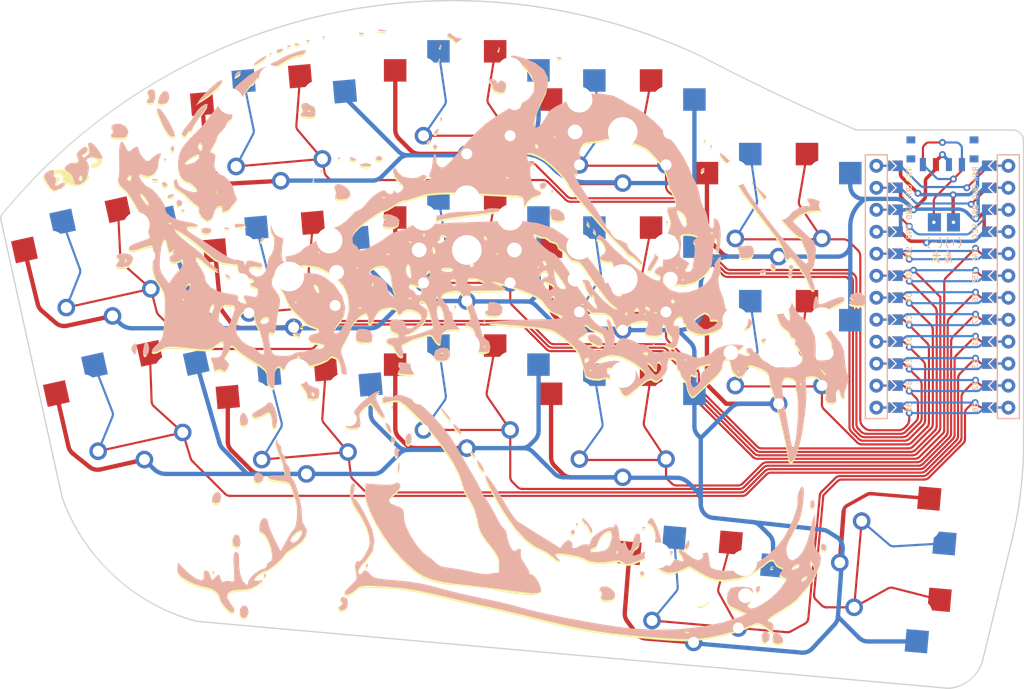
<source format=kicad_pcb>
(kicad_pcb (version 20211014) (generator pcbnew)
  (title_block (title "luna (ルナ)") (date "2022-01-08") (rev "0.2") (company "<3"))
  (layers (0 "F.Cu" signal) (31 "B.Cu" signal) (34 "B.Paste" user) (35 "F.Paste" user) (36 "B.SilkS" user "B.Silkscreen") (37 "F.SilkS" user "F.Silkscreen") (38 "B.Mask" user) (39 "F.Mask" user) (44 "Edge.Cuts" user))
  (net 0 "")
  (net 1 "unconnected-(PSW1-Pad3)")
  (net 2 "switch1")
  (net 3 "switch2")
  (net 4 "switch3")
  (net 5 "switch4")
  (net 6 "switch5")
  (net 7 "switch6")
  (net 8 "switch7")
  (net 9 "switch8")
  (net 10 "switch9")
  (net 11 "switch10")
  (net 12 "switch11")
  (net 13 "switch12")
  (net 14 "switch13")
  (net 15 "switch14")
  (net 16 "switch15")
  (net 17 "unconnected-(U1-Pad22)")
  (net 18 "unconnected-(U1-Pad2)")
  (net 19 "unconnected-(U1-Pad1)")
  (net 20 "GND")
  (net 21 "VCC")
  (net 22 "Net-(BT1-Pad2)")
  (net 23 "raw")
  (net 24 "unconnected-(U1-Pad20)")
  (footprint "bugs:Kailh_socket_PG1350_optional_reversible_1u" (layer "F.Cu") (at 37.044581 75.923728 12.5)
    (fp_text reference "SW1" hide)
    (fp_text value "SW_PUSH" hide)
  )
  (footprint "bugs:Kailh_socket_PG1350_optional_reversible_1u" (layer "F.Cu") (at 57.23886 60.190585 5)
    (fp_text reference "SW2" hide)
    (fp_text value "SW_PUSH" hide)
  )
  (footprint "bugs:Kailh_socket_PG1350_optional_reversible_1u" (layer "F.Cu") (at 79.23 57.058851)
    (fp_text reference "SW3" hide)
    (fp_text value "SW_PUSH" hide)
  )
  (footprint "bugs:Kailh_socket_PG1350_optional_reversible_1u" (layer "F.Cu") (at 97.233086 60.427567)
    (fp_text reference "SW4" hide)
    (fp_text value "SW_PUSH" hide)
  )
  (footprint "bugs:Kailh_socket_PG1350_optional_reversible_1u" (layer "F.Cu") (at 115.233089 68.92757)
    (fp_text reference "SW5" hide)
    (fp_text value "SW_PUSH" hide)
  )
  (footprint "bugs:Kailh_socket_PG1350_optional_reversible_1u" (layer "F.Cu") (at 40.724057 92.520754 12.5)
    (fp_text reference "SW6" hide)
    (fp_text value "SW_PUSH" hide)
  )
  (footprint "bugs:Kailh_socket_PG1350_optional_reversible_1u" (layer "F.Cu") (at 58.720502 77.125901 5)
    (fp_text reference "SW7" hide)
    (fp_text value "SW_PUSH" hide)
  )
  (footprint "bugs:Kailh_socket_PG1350_optional_reversible_1u" (layer "F.Cu") (at 79.23 74.058851)
    (fp_text reference "SW8" hide)
    (fp_text value "SW_PUSH" hide)
  )
  (footprint "bugs:Kailh_socket_PG1350_optional_reversible_1u" (layer "F.Cu") (at 97.233086 77.427564)
    (fp_text reference "SW9" hide)
    (fp_text value "SW_PUSH" hide)
  )
  (footprint "bugs:Kailh_socket_PG1350_optional_reversible_1u" (layer "F.Cu") (at 115.233089 85.927569)
    (fp_text reference "SW10" hide)
    (fp_text value "SW_PUSH" hide)
  )
  (footprint "bugs:Kailh_socket_PG1350_optional_reversible_1u" (layer "F.Cu") (at 60.20215 94.061209 5)
    (fp_text reference "SW11" hide)
    (fp_text value "SW_PUSH" hide)
  )
  (footprint "bugs:Kailh_socket_PG1350_optional_reversible_1u" (layer "F.Cu") (at 79.23 91.058862)
    (fp_text reference "SW12" hide)
    (fp_text value "SW_PUSH" hide)
  )
  (footprint "bugs:Kailh_socket_PG1350_optional_reversible_1u" (layer "F.Cu") (at 97.233086 94.427566)
    (fp_text reference "SW13" hide)
    (fp_text value "SW_PUSH" hide)
  )
  (footprint "bugs:Kailh_socket_PG1350_optional_reversible_15u" (layer "F.Cu") (at 105.925 113.525 -5)
    (fp_text reference "SW14" hide)
    (fp_text value "SW_PUSH" hide)
  )
  (footprint "bugs:Kailh_socket_PG1350_optional_reversible_15u" (layer "F.Cu") (at 128.173785 110.702668 -95)
    (fp_text reference "SW15" hide)
    (fp_text value "SW_PUSH" hide)
  )
  (footprint "bugs:Battery_pads_reversible" (layer "F.Cu") (at 134.323 70.866 180)
    (fp_text reference "BT1" hide)
    (fp_text value "Battery_Cell" hide)
  )
  (footprint "bugs:ProMicro_jumpers" (layer "F.Cu") (at 134.139009 78.304446)
    (fp_text reference "U1" hide)
    (fp_text value "ProMicro")
  )
  (footprint "LOGO" (layer "F.Cu") (at 80.650985 84.517057 -5)
    (fp_text reference "SKULL" hide)
    (fp_text value "LOGO" hide)
  )
  (footprint "bugs:Power_reversible" (layer "F.Cu") (at 134.147486 62.441256 180)
    (fp_text reference "PSW1" hide)
    (fp_text value "SW_SPDT")
  )
  (footprint "LOGO" (layer "B.Cu") (at 80.414636 84.247485 175)
    (fp_text reference "SKULLback" hide)
    (fp_text value "LOGO" hide)
  )
  (gr_arc (start 48.006 116.967) (mid 38.493265 111.714378) (end 32.5 102.65) (layer "Edge.Cuts") (width 0.15))
  (gr_line (start 32.5 102.65) (end 25.403917 70.438877) (layer "Edge.Cuts") (width 0.15))
  (gr_line (start 143.51 74.168) (end 143.51 97.409) (layer "Edge.Cuts") (width 0.15))
  (gr_line (start 134.874 124.714) (end 48.006 116.967) (layer "Edge.Cuts") (width 0.15))
  (gr_line (start 143.51 74.168) (end 143.51 61.468) (layer "Edge.Cuts") (width 0.15))
  (gr_arc (start 25.55 69.975) (mid 62.771917 46.910535) (end 106.299 51.689) (layer "Edge.Cuts") (width 0.15))
  (gr_arc (start 142.24 60.198) (mid 143.142513 60.565487) (end 143.51 61.468) (layer "Edge.Cuts") (width 0.15))
  (gr_line (start 138.811 121.412) (end 142.113 107.823) (layer "Edge.Cuts") (width 0.15))
  (gr_arc (start 138.811 121.412) (mid 137.371857 123.694157) (end 134.874 124.714) (layer "Edge.Cuts") (width 0.15))
  (gr_line (start 142.24 60.198) (end 124.206 60.198) (layer "Edge.Cuts") (width 0.15))
  (gr_arc (start 143.51 97.409) (mid 143.095211 102.654059) (end 142.113 107.823) (layer "Edge.Cuts") (width 0.15))
  (gr_arc (start 25.403917 70.438877) (mid 25.438658 70.194877) (end 25.55 69.975) (layer "Edge.Cuts") (width 0.15))
  (gr_arc (start 124.206 60.198) (mid 115.16741 56.12257) (end 106.299 51.689) (layer "Edge.Cuts") (width 0.15))
  (gr_text "ルナ" (at 134.1374 75.0062) (layer "B.SilkS") (effects (font (size 1.25 1.25)) (justify mirror)))
  (gr_text "ルナ" (at 132.6642 75.006201) (layer "F.SilkS") (effects (font (size 1.25 1.25)) (justify left)))
  (segment (start 131.897489 62.318221) (end 131.897489 64.191257) (width 0.25) (layer "F.Cu") (net 1))
  (segment (start 132.220901 61.787703) (end 132.043936 61.964667) (width 0.25) (layer "F.Cu") (net 1))
  (segment (start 134.147489 61.641258) (end 132.574454 61.641257) (width 0.25) (layer "F.Cu") (net 1))
  (via (at 134.147489 61.641258) (size 0.8) (drill 0.4) (layers "F.Cu" "B.Cu") (net 1))
  (arc (start 131.897489 62.318221) (mid 131.935549 62.126879) (end 132.043936 61.964667) (width 0.25) (layer "F.Cu") (net 1))
  (arc (start 132.574454 61.641257) (mid 132.383113 61.679317) (end 132.220901 61.787703) (width 0.25) (layer "F.Cu") (net 1))
  (segment (start 136.397488 62.30539) (end 136.397491 64.191258) (width 0.25) (layer "B.Cu") (net 1))
  (segment (start 136.086912 61.787707) (end 136.251043 61.95184) (width 0.25) (layer "B.Cu") (net 1))
  (segment (start 134.147489 61.641258) (end 135.733356 61.641258) (width 0.25) (layer "B.Cu") (net 1))
  (arc (start 136.397488 62.30539) (mid 136.359428 62.11405) (end 136.251043 61.95184) (width 0.25) (layer "B.Cu") (net 1))
  (arc (start 136.086912 61.787707) (mid 135.924699 61.679319) (end 135.733356 61.641258) (width 0.25) (layer "B.Cu") (net 1))
  (segment (start 85.23314 82.669523) (end 64.586848 82.669523) (width 0.25) (layer "F.Cu") (net 2))
  (segment (start 42.748532 78.551455) (end 32.985571 80.715851) (width 0.25) (layer "F.Cu") (net 2))
  (segment (start 137.965009 73.859446) (end 134.587798 77.236657) (width 0.25) (layer "F.Cu") (net 2))
  (segment (start 134.355109 77.723709) (end 134.353484 77.802342) (width 0.25) (layer "F.Cu") (net 2))
  (segment (start 134.445973 77.42417) (end 134.38579 77.569465) (width 0.25) (layer "F.Cu") (net 2))
  (segment (start 61.093629 85.5) (end 47.906371 85.5) (width 0.25) (layer "F.Cu") (net 2))
  (segment (start 112.236224 97.956242) (end 105.060754 90.780772) (width 0.25) (layer "F.Cu") (net 2))
  (segment (start 47.340685 85.265685) (end 43.630246 81.555246) (width 0.25) (layer "F.Cu") (net 2))
  (segment (start 88.409711 85.514723) (end 85.798825 82.903837) (width 0.25) (layer "F.Cu") (net 2))
  (segment (start 43.420744 81.187258) (end 42.748532 78.551455) (width 0.25) (layer "F.Cu") (net 2))
  (segment (start 134.533345 77.293408) (end 134.445973 77.42417) (width 0.25) (layer "F.Cu") (net 2))
  (segment (start 39.233542 75.113781) (end 38.954135 69.405927) (width 0.25) (layer "F.Cu") (net 2))
  (segment (start 134.219377 95.246041) (end 134.151765 95.317575) (width 0.25) (layer "F.Cu") (net 2))
  (segment (start 138.453559 74.347997) (end 137.965009 73.859446) (width 0.25) (layer "F.Cu") (net 2))
  (segment (start 138.965009 74.494444) (end 138.807113 74.494444) (width 0.25) (layer "F.Cu") (net 2))
  (segment (start 134.353484 94.984679) (end 134.321369 95.077723) (width 0.25) (layer "F.Cu") (net 2))
  (segment (start 134.587798 77.236657) (end 134.533345 77.293408) (width 0.25) (layer "F.Cu") (net 2))
  (segment (start 104.82644 90.215087) (end 104.82644 88.972817) (width 0.25) (layer "F.Cu") (net 2))
  (segment (start 134.321369 95.077723) (end 134.219377 95.246041) (width 0.25) (layer "F.Cu") (net 2))
  (segment (start 64.021162 82.903838) (end 61.659314 85.265686) (width 0.25) (layer "F.Cu") (net 2))
  (segment (start 42.748532 78.551455) (end 39.501893 75.673303) (width 0.25) (layer "F.Cu") (net 2))
  (segment (start 130.947412 98.190557) (end 112.80191 98.190557) (width 0.25) (layer "F.Cu") (net 2))
  (segment (start 134.353484 77.802342) (end 134.353484 94.984679) (width 0.25) (layer "F.Cu") (net 2))
  (segment (start 134.151765 95.317575) (end 131.513097 97.956243) (width 0.25) (layer "F.Cu") (net 2))
  (segment (start 101.602663 85.74904) (end 88.975397 85.749038) (width 0.25) (layer "F.Cu") (net 2))
  (segment (start 134.38579 77.569465) (end 134.355109 77.723709) (width 0.25) (layer "F.Cu") (net 2))
  (segment (start 104.592125 88.407131) (end 102.168348 85.983354) (width 0.25) (layer "F.Cu") (net 2))
  (via (at 137.965009 73.859446) (size 0.8) (drill 0.4) (layers "F.Cu" "B.Cu") (net 2))
  (arc (start 64.586848 82.669523) (mid 64.280701 82.73042) (end 64.021162 82.903838) (width 0.25) (layer "F.Cu") (net 2))
  (arc (start 105.060754 90.780772) (mid 104.887336 90.521233) (end 104.82644 90.215087) (width 0.25) (layer "F.Cu") (net 2))
  (arc (start 101.602663 85.74904) (mid 101.908809 85.809936) (end 102.168348 85.983354) (width 0.25) (layer "F.Cu") (net 2))
  (arc (start 39.501893 75.673303) (mid 39.311257 75.420621) (end 39.233542 75.113781) (width 0.25) (layer "F.Cu") (net 2))
  (arc (start 61.659314 85.265686) (mid 61.399775 85.439104) (end 61.093629 85.5) (width 0.25) (layer "F.Cu") (net 2))
  (arc (start 47.340685 85.265685) (mid 47.600224 85.439104) (end 47.906371 85.5) (width 0.25) (layer "F.Cu") (net 2))
  (arc (start 85.798825 82.903837) (mid 85.539286 82.730419) (end 85.23314 82.669523) (width 0.25) (layer "F.Cu") (net 2))
  (arc (start 88.409711 85.514723) (mid 88.66925 85.688142) (end 88.975397 85.749038) (width 0.25) (layer "F.Cu") (net 2))
  (arc (start 112.80191 98.190557) (mid 112.495763 98.129661) (end 112.236224 97.956242) (width 0.25) (layer "F.Cu") (net 2))
  (arc (start 43.420744 81.187258) (mid 43.500706 81.385365) (end 43.630246 81.555246) (width 0.25) (layer "F.Cu") (net 2))
  (arc (start 130.947412 98.190557) (mid 131.253558 98.129661) (end 131.513097 97.956243) (width 0.25) (layer "F.Cu") (net 2))
  (arc (start 104.82644 88.972817) (mid 104.765544 88.66667) (end 104.592125 88.407131) (width 0.25) (layer "F.Cu") (net 2))
  (arc (start 138.807113 74.494444) (mid 138.615771 74.456384) (end 138.453559 74.347997) (width 0.25) (layer "F.Cu") (net 2))
  (segment (start 34.544835 76.238199) (end 32.559396 70.823606) (width 0.25) (layer "B.Cu") (net 2))
  (segment (start 129.313009 74.494446) (end 129.484063 74.323392) (width 0.25) (layer "B.Cu") (net 2))
  (segment (start 137.793956 74.030499) (end 137.965009 73.859446) (width 0.25) (layer "B.Cu") (net 2))
  (segment (start 131.313009 74.176946) (end 137.440402 74.176946) (width 0.25) (layer "B.Cu") (net 2))
  (segment (start 32.985571 80.715851) (end 34.537246 76.808903) (width 0.25) (layer "B.Cu") (net 2))
  (segment (start 129.837616 74.176946) (end 131.313009 74.176946) (width 0.25) (layer "B.Cu") (net 2))
  (arc (start 137.440402 74.176946) (mid 137.631744 74.138886) (end 137.793956 74.030499) (width 0.25) (layer "B.Cu") (net 2))
  (arc (start 129.837616 74.176946) (mid 129.646275 74.215006) (end 129.484063 74.323392) (width 0.25) (layer "B.Cu") (net 2))
  (arc (start 34.537246 76.808903) (mid 34.593667 76.524251) (end 34.544835 76.238199) (width 0.25) (layer "B.Cu") (net 2))
  (segment (start 105.12596 72.949601) (end 105.12596 69.362343) (width 0.25) (layer "F.Cu") (net 3))
  (segment (start 90.637218 68.252224) (end 88.601811 66.216817) (width 0.25) (layer "F.Cu") (net 3))
  (segment (start 59.550038 59.670652) (end 59.982821 53.977791) (width 0.25) (layer "F.Cu") (net 3))
  (segment (start 108.784711 76.939723) (end 105.360274 73.515286) (width 0.25) (layer "F.Cu") (net 3))
  (segment (start 104.891645 68.796657) (end 104.815842 68.720854) (width 0.25) (layer "F.Cu") (net 3))
  (segment (start 123.180325 77.271657) (end 123.141286 77.232618) (width 0.25) (layer "F.Cu") (net 3))
  (segment (start 62.551025 63.540346) (end 52.589078 64.411904) (width 0.25) (layer "F.Cu") (net 3))
  (segment (start 129.777822 96.10049) (end 125.001884 96.10049) (width 0.25) (layer "F.Cu") (net 3))
  (segment (start 131.915685 94.293998) (end 130.343507 95.866176) (width 0.25) (layer "F.Cu") (net 3))
  (segment (start 122.999865 77.17404) (end 121.85 77.17404) (width 0.25) (layer "F.Cu") (net 3))
  (segment (start 123.414641 94.513247) (end 123.414641 93.7) (width 0.25) (layer "F.Cu") (net 3))
  (segment (start 62.551025 63.540346) (end 59.739605 60.25108) (width 0.25) (layer "F.Cu") (net 3))
  (segment (start 129.824454 84.800891) (end 130.313009 85.289444) (width 0.25) (layer "F.Cu") (net 3))
  (segment (start 123.414641 93.7) (end 123.41464 77.837343) (width 0.25) (layer "F.Cu") (net 3))
  (segment (start 104.250157 68.48654) (end 91.202904 68.486539) (width 0.25) (layer "F.Cu") (net 3))
  (segment (start 132.15 87.457806) (end 132.15 93.728312) (width 0.25) (layer "F.Cu") (net 3))
  (segment (start 63.248188 65.748188) (end 63.031724 65.531724) (width 0.25) (layer "F.Cu") (net 3))
  (segment (start 88.036126 65.982503) (end 63.813874 65.982503) (width 0.25) (layer "F.Cu") (net 3))
  (segment (start 121.85 77.17404) (end 109.350397 77.174038) (width 0.25) (layer "F.Cu") (net 3))
  (segment (start 130.313009 85.289444) (end 131.915686 86.892121) (width 0.25) (layer "F.Cu") (net 3))
  (segment (start 124.436198 95.866175) (end 123.648955 95.078932) (width 0.25) (layer "F.Cu") (net 3))
  (segment (start 62.808109 65.09644) (end 62.551025 63.540346) (width 0.25) (layer "F.Cu") (net 3))
  (segment (start 129.313008 84.654447) (end 129.470896 84.654445) (width 0.25) (layer "F.Cu") (net 3))
  (via (at 130.313009 85.289444) (size 0.8) (drill 0.4) (layers "F.Cu" "B.Cu") (net 3))
  (arc (start 125.001884 96.10049) (mid 124.695737 96.039594) (end 124.436198 95.866175) (width 0.25) (layer "F.Cu") (net 3))
  (arc (start 105.12596 69.362343) (mid 105.065063 69.056196) (end 104.891645 68.796657) (width 0.25) (layer "F.Cu") (net 3))
  (arc (start 105.12596 72.949601) (mid 105.186856 73.255747) (end 105.360274 73.515286) (width 0.25) (layer "F.Cu") (net 3))
  (arc (start 129.470896 84.654445) (mid 129.66224 84.692504) (end 129.824454 84.800891) (width 0.25) (layer "F.Cu") (net 3))
  (arc (start 130.343507 95.866176) (mid 130.083968 96.039594) (end 129.777822 96.10049) (width 0.25) (layer "F.Cu") (net 3))
  (arc (start 63.031724 65.531724) (mid 62.885816 65.3316) (end 62.808109 65.09644) (width 0.25) (layer "F.Cu") (net 3))
  (arc (start 63.813874 65.982503) (mid 63.507727 65.921606) (end 63.248188 65.748188) (width 0.25) (layer "F.Cu") (net 3))
  (arc (start 88.036126 65.982503) (mid 88.342272 66.043399) (end 88.601811 66.216817) (width 0.25) (layer "F.Cu") (net 3))
  (arc (start 131.915686 86.892121) (mid 132.089104 87.15166) (end 132.15 87.457806) (width 0.25) (layer "F.Cu") (net 3))
  (arc (start 132.15 93.728312) (mid 132.089103 94.034459) (end 131.915685 94.293998) (width 0.25) (layer "F.Cu") (net 3))
  (arc (start 104.815842 68.720854) (mid 104.556303 68.547436) (end 104.250157 68.48654) (width 0.25) (layer "F.Cu") (net 3))
  (arc (start 109.350397 77.174038) (mid 109.04425 77.113141) (end 108.784711 76.939723) (width 0.25) (layer "F.Cu") (net 3))
  (arc (start 122.999865 77.17404) (mid 123.076401 77.189264) (end 123.141286 77.232618) (width 0.25) (layer "F.Cu") (net 3))
  (arc (start 123.648955 95.078932) (mid 123.475537 94.819393) (end 123.414641 94.513247) (width 0.25) (layer "F.Cu") (net 3))
  (arc (start 90.637218 68.252224) (mid 90.896757 68.425643) (end 91.202904 68.486539) (width 0.25) (layer "F.Cu") (net 3))
  (arc (start 123.41464 77.837343) (mid 123.353743 77.531196) (end 123.180325 77.271657) (width 0.25) (layer "F.Cu") (net 3))
  (arc (start 59.550038 59.670652) (mid 59.587267 59.979663) (end 59.739605 60.25108) (width 0.25) (layer "F.Cu") (net 3))
  (segment (start 54.617101 60.169299) (end 53.457746 54.548662) (width 0.25) (layer "B.Cu") (net 3))
  (segment (start 138.476455 85.142998) (end 138.965007 84.654447) (width 0.25) (layer "B.Cu") (net 3))
  (segment (start 130.313009 85.289444) (end 138.122902 85.289444) (width 0.25) (layer "B.Cu") (net 3))
  (segment (start 52.589078 64.411904) (end 54.541477 60.703607) (width 0.25) (layer "B.Cu") (net 3))
  (arc (start 138.476455 85.142998) (mid 138.314243 85.251384) (end 138.122902 85.289444) (width 0.25) (layer "B.Cu") (net 3))
  (arc (start 54.541477 60.703607) (mid 54.6257 60.443022) (end 54.617101 60.169299) (width 0.25) (layer "B.Cu") (net 3))
  (segment (start 108.950198 76.540204) (end 105.759795 73.349801) (width 0.25) (layer "F.Cu") (net 4))
  (segment (start 84.244393 60.858851) (end 74.244393 60.858851) (width 0.25) (layer "F.Cu") (net 4))
  (segment (start 123.579845 77.106171) (end 123.351036 76.877362) (width 0.25) (layer "F.Cu") (net 4))
  (segment (start 105.291165 68.631171) (end 104.981328 68.321334) (width 0.25) (layer "F.Cu") (net 4))
  (segment (start 129.541602 95.70098) (end 125.167358 95.70098) (width 0.25) (layer "F.Cu") (net 4))
  (segment (start 129.313007 87.194443) (end 129.470902 87.194443) (width 0.25) (layer "F.Cu") (net 4))
  (segment (start 84.244393 60.858851) (end 81.753679 57.188317) (width 0.25) (layer "F.Cu") (net 4))
  (segment (start 105.525481 72.784116) (end 105.52548 69.196857) (width 0.25) (layer "F.Cu") (net 4))
  (segment (start 90.802705 67.852705) (end 87.134314 64.184314) (width 0.25) (layer "F.Cu") (net 4))
  (segment (start 129.824454 87.34089) (end 130.313007 87.829443) (width 0.25) (layer "F.Cu") (net 4))
  (segment (start 124.601672 95.466665) (end 124.048474 94.913467) (width 0.25) (layer "F.Cu") (net 4))
  (segment (start 84.244393 62.713022) (end 84.244393 60.858851) (width 0.25) (layer "F.Cu") (net 4))
  (segment (start 81.626002 56.610897) (end 82.519393 51.108851) (width 0.25) (layer "F.Cu") (net 4))
  (segment (start 123.102754 76.77452) (end 109.515884 76.774519) (width 0.25) (layer "F.Cu") (net 4))
  (segment (start 86.568629 63.95) (end 85.481371 63.95) (width 0.25) (layer "F.Cu") (net 4))
  (segment (start 104.415643 68.08702) (end 91.368391 68.08702) (width 0.25) (layer "F.Cu") (net 4))
  (segment (start 84.915685 63.715685) (end 84.478707 63.278707) (width 0.25) (layer "F.Cu") (net 4))
  (segment (start 131.515685 94.058268) (end 130.107287 95.466666) (width 0.25) (layer "F.Cu") (net 4))
  (segment (start 123.81416 94.347782) (end 123.81416 77.671857) (width 0.25) (layer "F.Cu") (net 4))
  (segment (start 130.313007 87.829443) (end 131.515686 89.032122) (width 0.25) (layer "F.Cu") (net 4))
  (segment (start 131.75 89.597807) (end 131.75 93.492582) (width 0.25) (layer "F.Cu") (net 4))
  (via (at 130.313007 87.829443) (size 0.8) (drill 0.4) (layers "F.Cu" "B.Cu") (net 4))
  (arc (start 105.291165 68.631171) (mid 105.464584 68.89071) (end 105.52548 69.196857) (width 0.25) (layer "F.Cu") (net 4))
  (arc (start 104.981328 68.321334) (mid 104.721789 68.147916) (end 104.415643 68.08702) (width 0.25) (layer "F.Cu") (net 4))
  (arc (start 130.107287 95.466666) (mid 129.847748 95.640084) (end 129.541602 95.70098) (width 0.25) (layer "F.Cu") (net 4))
  (arc (start 123.579845 77.106171) (mid 123.753264 77.36571) (end 123.81416 77.671857) (width 0.25) (layer "F.Cu") (net 4))
  (arc (start 125.167358 95.70098) (mid 124.861211 95.640083) (end 124.601672 95.466665) (width 0.25) (layer "F.Cu") (net 4))
  (arc (start 124.048474 94.913467) (mid 123.875056 94.653928) (end 123.81416 94.347782) (width 0.25) (layer "F.Cu") (net 4))
  (arc (start 123.102754 76.77452) (mid 123.237123 76.801248) (end 123.351036 76.877362) (width 0.25) (layer "F.Cu") (net 4))
  (arc (start 81.626002 56.610897) (mid 81.634528 56.911838) (end 81.753679 57.188317) (width 0.25) (layer "F.Cu") (net 4))
  (arc (start 131.75 93.492582) (mid 131.689103 93.798729) (end 131.515685 94.058268) (width 0.25) (layer "F.Cu") (net 4))
  (arc (start 85.481371 63.95) (mid 85.175224 63.889103) (end 84.915685 63.715685) (width 0.25) (layer "F.Cu") (net 4))
  (arc (start 86.568629 63.95) (mid 86.874775 64.010896) (end 87.134314 64.184314) (width 0.25) (layer "F.Cu") (net 4))
  (arc (start 105.759795 73.349801) (mid 105.586377 73.090262) (end 105.525481 72.784116) (width 0.25) (layer "F.Cu") (net 4))
  (arc (start 129.470902 87.194443) (mid 129.662243 87.232503) (end 129.824454 87.34089) (width 0.25) (layer "F.Cu") (net 4))
  (arc (start 131.515686 89.032122) (mid 131.689104 89.291661) (end 131.75 89.597807) (width 0.25) (layer "F.Cu") (net 4))
  (arc (start 108.950198 76.540204) (mid 109.209737 76.713623) (end 109.515884 76.774519) (width 0.25) (layer "F.Cu") (net 4))
  (arc (start 91.368391 68.08702) (mid 91.062244 68.026123) (end 90.802705 67.852705) (width 0.25) (layer "F.Cu") (net 4))
  (arc (start 84.478707 63.278707) (mid 84.305289 63.019168) (end 84.244393 62.713022) (width 0.25) (layer "F.Cu") (net 4))
  (segment (start 130.313007 87.829443) (end 138.122901 87.829445) (width 0.25) (layer "B.Cu") (net 4))
  (segment (start 76.804024 56.739817) (end 75.969393 51.108851) (width 0.25) (layer "B.Cu") (net 4))
  (segment (start 138.476454 87.682999) (end 138.965008 87.194447) (width 0.25) (layer "B.Cu") (net 4))
  (segment (start 74.244393 60.858851) (end 76.672952 57.308807) (width 0.25) (layer "B.Cu") (net 4))
  (arc (start 76.672952 57.308807) (mid 76.792253 57.036697) (end 76.804024 56.739817) (width 0.25) (layer "B.Cu") (net 4))
  (arc (start 138.122901 87.829445) (mid 138.314242 87.791385) (end 138.476454 87.682999) (width 0.25) (layer "B.Cu") (net 4))
  (segment (start 105.690685 68.465685) (end 105.146814 67.921814) (width 0.25) (layer "F.Cu") (net 5))
  (segment (start 124.21368 94.182309) (end 124.21368 77.506371) (width 0.25) (layer "F.Cu") (net 5))
  (segment (start 123.979365 76.940685) (end 123.582847 76.544167) (width 0.25) (layer "F.Cu") (net 5))
  (segment (start 123.174442 76.375) (end 109.681371 76.375) (width 0.25) (layer "F.Cu") (net 5))
  (segment (start 102.628185 67.453185) (end 102.4674 67.2924) (width 0.25) (layer "F.Cu") (net 5))
  (segment (start 109.115685 76.140685) (end 106.159314 73.184314) (width 0.25) (layer "F.Cu") (net 5))
  (segment (start 102.233086 66.726715) (end 102.233086 64.227567) (width 0.25) (layer "F.Cu") (net 5))
  (segment (start 131.325 91.712808) (end 131.325 93.305975) (width 0.25) (layer "F.Cu") (net 5))
  (segment (start 131.090686 93.87166) (end 129.895188 95.067158) (width 0.25) (layer "F.Cu") (net 5))
  (segment (start 130.313008 90.369445) (end 131.090685 91.147122) (width 0.25) (layer "F.Cu") (net 5))
  (segment (start 99.464251 60.009496) (end 100.508086 54.477567) (width 0.25) (layer "F.Cu") (net 5))
  (segment (start 104.581129 67.6875) (end 103.193871 67.6875) (width 0.25) (layer "F.Cu") (net 5))
  (segment (start 102.233086 64.227567) (end 99.604424 60.62979) (width 0.25) (layer "F.Cu") (net 5))
  (segment (start 124.767159 95.067159) (end 124.447995 94.747995) (width 0.25) (layer "F.Cu") (net 5))
  (segment (start 92.133086 64.327566) (end 102.33309 64.327569) (width 0.25) (layer "F.Cu") (net 5))
  (segment (start 129.313009 89.734443) (end 129.470902 89.734443) (width 0.25) (layer "F.Cu") (net 5))
  (segment (start 105.925 72.618629) (end 105.925 69.031371) (width 0.25) (layer "F.Cu") (net 5))
  (segment (start 129.329502 95.301473) (end 125.332844 95.301473) (width 0.25) (layer "F.Cu") (net 5))
  (segment (start 129.824455 89.88089) (end 130.313008 90.369445) (width 0.25) (layer "F.Cu") (net 5))
  (via (at 130.313008 90.369445) (size 0.8) (drill 0.4) (layers "F.Cu" "B.Cu") (net 5))
  (arc (start 123.582847 76.544167) (mid 123.395469 76.418965) (end 123.174442 76.375) (width 0.25) (layer "F.Cu") (net 5))
  (arc (start 105.925 72.618629) (mid 105.985896 72.924775) (end 106.159314 73.184314) (width 0.25) (layer "F.Cu") (net 5))
  (arc (start 124.447995 94.747995) (mid 124.274577 94.488456) (end 124.21368 94.182309) (width 0.25) (layer "F.Cu") (net 5))
  (arc (start 109.681371 76.375) (mid 109.375224 76.314103) (end 109.115685 76.140685) (width 0.25) (layer "F.Cu") (net 5))
  (arc (start 129.470902 89.734443) (mid 129.662244 89.772504) (end 129.824455 89.88089) (width 0.25) (layer "F.Cu") (net 5))
  (arc (start 99.464251 60.009496) (mid 99.470054 60.33417) (end 99.604424 60.62979) (width 0.25) (layer "F.Cu") (net 5))
  (arc (start 123.979365 76.940685) (mid 124.152784 77.200224) (end 124.21368 77.506371) (width 0.25) (layer "F.Cu") (net 5))
  (arc (start 103.193871 67.6875) (mid 102.887724 67.626603) (end 102.628185 67.453185) (width 0.25) (layer "F.Cu") (net 5))
  (arc (start 131.090685 91.147122) (mid 131.264103 91.406661) (end 131.325 91.712808) (width 0.25) (layer "F.Cu") (net 5))
  (arc (start 104.581129 67.6875) (mid 104.887275 67.748396) (end 105.146814 67.921814) (width 0.25) (layer "F.Cu") (net 5))
  (arc (start 105.925 69.031371) (mid 105.864103 68.725224) (end 105.690685 68.465685) (width 0.25) (layer "F.Cu") (net 5))
  (arc (start 129.895188 95.067158) (mid 129.635649 95.240577) (end 129.329502 95.301473) (width 0.25) (layer "F.Cu") (net 5))
  (arc (start 102.233086 66.726715) (mid 102.293982 67.032861) (end 102.4674 67.2924) (width 0.25) (layer "F.Cu") (net 5))
  (arc (start 131.325 93.305975) (mid 131.264104 93.612121) (end 131.090686 93.87166) (width 0.25) (layer "F.Cu") (net 5))
  (arc (start 125.332844 95.301473) (mid 125.026698 95.240577) (end 124.767159 95.067159) (width 0.25) (layer "F.Cu") (net 5))
  (segment (start 130.313008 90.369445) (end 138.122901 90.369448) (width 0.25) (layer "B.Cu") (net 5))
  (segment (start 138.476456 90.223) (end 138.965009 89.734442) (width 0.25) (layer "B.Cu") (net 5))
  (segment (start 92.233086 64.227567) (end 94.740121 60.616308) (width 0.25) (layer "B.Cu") (net 5))
  (segment (start 94.87233 60.030116) (end 93.958086 54.477567) (width 0.25) (layer "B.Cu") (net 5))
  (arc (start 94.740121 60.616308) (mid 94.863356 60.336097) (end 94.87233 60.030116) (width 0.25) (layer "B.Cu") (net 5))
  (arc (start 138.122901 90.369448) (mid 138.314244 90.331387) (end 138.476456 90.223) (width 0.25) (layer "B.Cu") (net 5))
  (segment (start 129.824454 92.420891) (end 130.313005 92.909447) (width 0.25) (layer "F.Cu") (net 6))
  (segment (start 130.313005 92.909447) (end 130.313005 93.656381) (width 0.25) (layer "F.Cu") (net 6))
  (segment (start 122.705356 72.82757) (end 120.333089 72.82757) (width 0.25) (layer "F.Cu") (net 6))
  (segment (start 117.579205 68.4081) (end 118.508089 62.97757) (width 0.25) (layer "F.Cu") (net 6))
  (segment (start 129.313004 92.274443) (end 129.470899 92.274443) (width 0.25) (layer "F.Cu") (net 6))
  (segment (start 124.6632 93.718186) (end 124.6632 74.785414) (width 0.25) (layer "F.Cu") (net 6))
  (segment (start 120.33309 72.82757) (end 120.333092 72.827572) (width 0.25) (layer "F.Cu") (net 6))
  (segment (start 129.074986 94.8944) (end 125.839414 94.8944) (width 0.25) (layer "F.Cu") (net 6))
  (segment (start 130.020112 94.363488) (end 129.782093 94.601507) (width 0.25) (layer "F.Cu") (net 6))
  (segment (start 110.133089 72.82757) (end 120.333092 72.827572) (width 0.25) (layer "F.Cu") (net 6))
  (segment (start 125.132307 94.601507) (end 124.956093 94.425293) (width 0.25) (layer "F.Cu") (net 6))
  (segment (start 120.333089 72.82757) (end 120.33309 72.82757) (width 0.25) (layer "F.Cu") (net 6))
  (segment (start 120.233089 72.72757) (end 117.705162 68.991281) (width 0.25) (layer "F.Cu") (net 6))
  (segment (start 124.370307 74.078307) (end 123.412463 73.120463) (width 0.25) (layer "F.Cu") (net 6))
  (via (at 130.313005 92.909447) (size 0.8) (drill 0.4) (layers "F.Cu" "B.Cu") (net 6))
  (arc (start 117.579205 68.4081) (mid 117.585784 68.711872) (end 117.705162 68.991281) (width 0.25) (layer "F.Cu") (net 6))
  (arc (start 130.020112 94.363488) (mid 130.236885 94.039065) (end 130.313005 93.656381) (width 0.25) (layer "F.Cu") (net 6))
  (arc (start 124.956093 94.425293) (mid 124.73932 94.10087) (end 124.6632 93.718186) (width 0.25) (layer "F.Cu") (net 6))
  (arc (start 129.782093 94.601507) (mid 129.45767 94.81828) (end 129.074986 94.8944) (width 0.25) (layer "F.Cu") (net 6))
  (arc (start 123.412463 73.120463) (mid 123.08804 72.90369) (end 122.705356 72.82757) (width 0.25) (layer "F.Cu") (net 6))
  (arc (start 125.132307 94.601507) (mid 125.45673 94.81828) (end 125.839414 94.8944) (width 0.25) (layer "F.Cu") (net 6))
  (arc (start 124.370307 74.078307) (mid 124.58708 74.40273) (end 124.6632 74.785414) (width 0.25) (layer "F.Cu") (net 6))
  (arc (start 129.824454 92.420891) (mid 129.662242 92.312503) (end 129.470899 92.274443) (width 0.25) (layer "F.Cu") (net 6))
  (segment (start 110.233089 72.72757) (end 112.621588 68.872603) (width 0.25) (layer "B.Cu") (net 6))
  (segment (start 130.313005 92.909447) (end 138.122898 92.909446) (width 0.25) (layer "B.Cu") (net 6))
  (segment (start 112.7333 68.336724) (end 111.958089 62.97757) (width 0.25) (layer "B.Cu") (net 6))
  (segment (start 138.476451 92.763) (end 138.965006 92.274446) (width 0.25) (layer "B.Cu") (net 6))
  (arc (start 112.621588 68.872603) (mid 112.724704 68.614516) (end 112.7333 68.336724) (width 0.25) (layer "B.Cu") (net 6))
  (arc (start 138.122898 92.909446) (mid 138.314239 92.871386) (end 138.476451 92.763) (width 0.25) (layer "B.Cu") (net 6))
  (segment (start 47.341667 98.134365) (end 46.428008 95.148481) (width 0.25) (layer "F.Cu") (net 7))
  (segment (start 135.953186 88.825628) (end 135.951561 88.904261) (width 0.25) (layer "F.Cu") (net 7))
  (segment (start 42.83765 91.563427) (end 42.633611 86.002953) (width 0.25) (layer "F.Cu") (net 7))
  (segment (start 113.802049 100.022951) (end 111.584314 102.240686) (width 0.25) (layer "F.Cu") (net 7))
  (segment (start 137.965007 86.559444) (end 136.185875 88.338576) (width 0.25) (layer "F.Cu") (net 7))
  (segment (start 111.018629 102.475) (end 51.881371 102.475) (width 0.25) (layer "F.Cu") (net 7))
  (segment (start 131.699011 99.788636) (end 114.367735 99.788636) (width 0.25) (layer "F.Cu") (net 7))
  (segment (start 46.428008 95.148481) (end 43.099359 92.126394) (width 0.25) (layer "F.Cu") (net 7))
  (segment (start 136.131422 88.395327) (end 136.04405 88.526089) (width 0.25) (layer "F.Cu") (net 7))
  (segment (start 46.428008 95.148481) (end 36.665047 97.312877) (width 0.25) (layer "F.Cu") (net 7))
  (segment (start 136.185875 88.338576) (end 136.131422 88.395327) (width 0.25) (layer "F.Cu") (net 7))
  (segment (start 135.951561 88.904261) (end 135.951561 95.536086) (width 0.25) (layer "F.Cu") (net 7))
  (segment (start 51.315685 102.240685) (end 47.540969 98.465969) (width 0.25) (layer "F.Cu") (net 7))
  (segment (start 136.04405 88.526089) (end 135.983867 88.671384) (width 0.25) (layer "F.Cu") (net 7))
  (segment (start 138.453561 87.048) (end 137.965007 86.559444) (width 0.25) (layer "F.Cu") (net 7))
  (segment (start 135.951561 95.536086) (end 135.950082 95.614734) (width 0.25) (layer "F.Cu") (net 7))
  (segment (start 135.919396 95.769006) (end 135.859202 95.914328) (width 0.25) (layer "F.Cu") (net 7))
  (segment (start 135.983867 88.671384) (end 135.953186 88.825628) (width 0.25) (layer "F.Cu") (net 7))
  (segment (start 135.859202 95.914328) (end 135.771813 96.045114) (width 0.25) (layer "F.Cu") (net 7))
  (segment (start 138.965008 87.194447) (end 138.807114 87.194447) (width 0.25) (layer "F.Cu") (net 7))
  (segment (start 135.950082 95.614734) (end 135.919396 95.769006) (width 0.25) (layer "F.Cu") (net 7))
  (segment (start 135.717246 96.101772) (end 132.264696 99.554322) (width 0.25) (layer "F.Cu") (net 7))
  (segment (start 135.771813 96.045114) (end 135.717246 96.101772) (width 0.25) (layer "F.Cu") (net 7))
  (via (at 137.965007 86.559444) (size 0.8) (drill 0.4) (layers "F.Cu" "B.Cu") (net 7))
  (arc (start 47.540969 98.465969) (mid 47.42097 98.312396) (end 47.341667 98.134365) (width 0.25) (layer "F.Cu") (net 7))
  (arc (start 111.018629 102.475) (mid 111.324775 102.414104) (end 111.584314 102.240686) (width 0.25) (layer "F.Cu") (net 7))
  (arc (start 51.315685 102.240685) (mid 51.575224 102.414104) (end 51.881371 102.475) (width 0.25) (layer "F.Cu") (net 7))
  (arc (start 43.099359 92.126394) (mid 42.911668 91.871332) (end 42.83765 91.563427) (width 0.25) (layer "F.Cu") (net 7))
  (arc (start 138.807114 87.194447) (mid 138.615772 87.156386) (end 138.453561 87.048) (width 0.25) (layer "F.Cu") (net 7))
  (arc (start 114.367735 99.788636) (mid 114.061588 99.849533) (end 113.802049 100.022951) (width 0.25) (layer "F.Cu") (net 7))
  (arc (start 132.264696 99.554322) (mid 132.005157 99.72774) (end 131.699011 99.788636) (width 0.25) (layer "F.Cu") (net 7))
  (segment (start 129.80156 86.705891) (end 129.313007 87.194443) (width 0.25) (layer "B.Cu") (net 7))
  (segment (start 38.309 92.751295) (end 36.238872 87.420632) (width 0.25) (layer "B.Cu") (net 7))
  (segment (start 137.965007 86.559444) (end 130.155113 86.559445) (width 0.25) (layer "B.Cu") (net 7))
  (segment (start 36.665047 97.312877) (end 38.302717 93.346188) (width 0.25) (layer "B.Cu") (net 7))
  (arc (start 129.80156 86.705891) (mid 129.963772 86.597505) (end 130.155113 86.559445) (width 0.25) (layer "B.Cu") (net 7))
  (arc (start 38.302717 93.346188) (mid 38.363214 93.049347) (end 38.309 92.751295) (width 0.25) (layer "B.Cu") (net 7))
  (segment (start 101.768149 85.34952) (end 89.140884 85.349519) (width 0.25) (layer "F.Cu") (net 8))
  (segment (start 138.453558 76.887996) (end 137.965009 76.399444) (width 0.25) (layer "F.Cu") (net 8))
  (segment (start 105.22596 90.049601) (end 105.22596 88.807331) (width 0.25) (layer "F.Cu") (net 8))
  (segment (start 130.813009 76.399446) (end 133.903965 79.490402) (width 0.25) (layer "F.Cu") (net 8))
  (segment (start 112.40171 97.556722) (end 105.460274 90.615286) (width 0.25) (layer "F.Cu") (net 8))
  (segment (start 64.032667 81.451296) (end 64.032667 80.475662) (width 0.25) (layer "F.Cu") (net 8))
  (segment (start 60.978837 76.422822) (end 61.464463 70.913107) (width 0.25) (layer "F.Cu") (net 8))
  (segment (start 104.991645 88.241645) (end 102.333834 85.583834) (width 0.25) (layer "F.Cu") (net 8))
  (segment (start 130.665115 97.791038) (end 112.967396 97.791037) (width 0.25) (layer "F.Cu") (net 8))
  (segment (start 64.032667 80.475662) (end 54.07072 81.34722) (width 0.25) (layer "F.Cu") (net 8))
  (segment (start 138.965008 77.034444) (end 138.807114 77.034444) (width 0.25) (layer "F.Cu") (net 8))
  (segment (start 64.285688 82.035688) (end 64.266981 82.016981) (width 0.25) (layer "F.Cu") (net 8))
  (segment (start 85.398626 82.270003) (end 64.851374 82.270003) (width 0.25) (layer "F.Cu") (net 8))
  (segment (start 88.575198 85.115204) (end 85.964311 82.504317) (width 0.25) (layer "F.Cu") (net 8))
  (segment (start 133.66965 95.117874) (end 131.2308 97.556724) (width 0.25) (layer "F.Cu") (net 8))
  (segment (start 64.032667 80.475662) (end 61.15938 77.003054) (width 0.25) (layer "F.Cu") (net 8))
  (segment (start 133.903965 79.490402) (end 133.903965 94.552188) (width 0.25) (layer "F.Cu") (net 8))
  (via (at 137.965009 76.399444) (size 0.8) (drill 0.4) (layers "F.Cu" "B.Cu") (net 8))
  (via (at 130.813009 76.399446) (size 0.8) (drill 0.4) (layers "F.Cu" "B.Cu") (net 8))
  (arc (start 85.398626 82.270003) (mid 85.704772 82.330899) (end 85.964311 82.504317) (width 0.25) (layer "F.Cu") (net 8))
  (arc (start 64.851374 82.270003) (mid 64.545227 82.209107) (end 64.285688 82.035688) (width 0.25) (layer "F.Cu") (net 8))
  (arc (start 64.266981 82.016981) (mid 64.093563 81.757442) (end 64.032667 81.451296) (width 0.25) (layer "F.Cu") (net 8))
  (arc (start 89.140884 85.349519) (mid 88.834737 85.288622) (end 88.575198 85.115204) (width 0.25) (layer "F.Cu") (net 8))
  (arc (start 101.768149 85.34952) (mid 102.074295 85.410416) (end 102.333834 85.583834) (width 0.25) (layer "F.Cu") (net 8))
  (arc (start 112.967396 97.791037) (mid 112.661249 97.730141) (end 112.40171 97.556722) (width 0.25) (layer "F.Cu") (net 8))
  (arc (start 138.807114 77.034444) (mid 138.615771 76.996384) (end 138.453558 76.887996) (width 0.25) (layer "F.Cu") (net 8))
  (arc (start 131.2308 97.556724) (mid 130.971261 97.730142) (end 130.665115 97.791038) (width 0.25) (layer "F.Cu") (net 8))
  (arc (start 105.22596 88.807331) (mid 105.165063 88.501184) (end 104.991645 88.241645) (width 0.25) (layer "F.Cu") (net 8))
  (arc (start 105.460274 90.615286) (mid 105.286856 90.355747) (end 105.22596 90.049601) (width 0.25) (layer "F.Cu") (net 8))
  (arc (start 133.903965 94.552188) (mid 133.843068 94.858335) (end 133.66965 95.117874) (width 0.25) (layer "F.Cu") (net 8))
  (arc (start 61.15938 77.003054) (mid 61.011872 76.730748) (end 60.978837 76.422822) (width 0.25) (layer "F.Cu") (net 8))
  (segment (start 130.813009 76.399446) (end 130.155116 76.399446) (width 0.25) (layer "B.Cu") (net 8))
  (segment (start 56.297474 76.820372) (end 54.939388 71.483978) (width 0.25) (layer "B.Cu") (net 8))
  (segment (start 130.813011 76.399444) (end 130.813009 76.399446) (width 0.25) (layer "B.Cu") (net 8))
  (segment (start 54.07072 81.34722) (end 56.224416 77.400921) (width 0.25) (layer "B.Cu") (net 8))
  (segment (start 137.965009 76.399444) (end 130.813011 76.399444) (width 0.25) (layer "B.Cu") (net 8))
  (segment (start 129.801562 76.545893) (end 129.313009 77.034446) (width 0.25) (layer "B.Cu") (net 8))
  (arc (start 130.155116 76.399446) (mid 129.963774 76.437506) (end 129.801562 76.545893) (width 0.25) (layer "B.Cu") (net 8))
  (arc (start 56.224416 77.400921) (mid 56.315927 77.117566) (end 56.297474 76.820372) (width 0.25) (layer "B.Cu") (net 8))
  (segment (start 133.307292 94.888522) (end 133.252725 94.94518) (width 0.25) (layer "F.Cu") (net 9))
  (segment (start 133.48704 94.379494) (end 133.485561 94.458142) (width 0.25) (layer "F.Cu") (net 9))
  (segment (start 84.244389 77.858851) (end 81.668719 74.223425) (width 0.25) (layer "F.Cu") (net 9))
  (segment (start 105.62548 89.884116) (end 105.625479 88.621856) (width 0.25) (layer "F.Cu") (net 9))
  (segment (start 133.485415 81.096218) (end 133.48704 81.174851) (width 0.25) (layer "F.Cu") (net 9))
  (segment (start 133.485561 94.458142) (end 133.454875 94.612414) (width 0.25) (layer "F.Cu") (net 9))
  (segment (start 129.313008 77.034445) (end 129.4709 77.034445) (width 0.25) (layer "F.Cu") (net 9))
  (segment (start 130.553648 97.389894) (end 130.475015 97.391519) (width 0.25) (layer "F.Cu") (net 9))
  (segment (start 133.252725 94.94518) (end 131.0407 97.157205) (width 0.25) (layer "F.Cu") (net 9))
  (segment (start 129.824456 77.180893) (end 130.313006 77.669446) (width 0.25) (layer "F.Cu") (net 9))
  (segment (start 130.983949 97.211658) (end 130.853187 97.29903) (width 0.25) (layer "F.Cu") (net 9))
  (segment (start 81.533979 73.620136) (end 82.519389 68.108851) (width 0.25) (layer "F.Cu") (net 9))
  (segment (start 131.0407 97.157205) (end 130.983949 97.211658) (width 0.25) (layer "F.Cu") (net 9))
  (segment (start 130.475015 97.391519) (end 113.132883 97.391518) (width 0.25) (layer "F.Cu") (net 9))
  (segment (start 133.394551 80.796679) (end 133.454734 80.941974) (width 0.25) (layer "F.Cu") (net 9))
  (segment (start 133.252726 80.609166) (end 133.307179 80.665917) (width 0.25) (layer "F.Cu") (net 9))
  (segment (start 133.48704 81.174851) (end 133.48704 94.379494) (width 0.25) (layer "F.Cu") (net 9))
  (segment (start 133.307179 80.665917) (end 133.394551 80.796679) (width 0.25) (layer "F.Cu") (net 9))
  (segment (start 133.394681 94.757736) (end 133.307292 94.888522) (width 0.25) (layer "F.Cu") (net 9))
  (segment (start 101.953623 84.95) (end 89.306371 84.95) (width 0.25) (layer "F.Cu") (net 9))
  (segment (start 105.391164 88.05617) (end 102.519308 85.184314) (width 0.25) (layer "F.Cu") (net 9))
  (segment (start 84.244389 79.888018) (end 84.244389 77.858851) (width 0.25) (layer "F.Cu") (net 9))
  (segment (start 130.707892 97.359213) (end 130.553648 97.389894) (width 0.25) (layer "F.Cu") (net 9))
  (segment (start 88.740685 84.715685) (end 84.478703 80.453703) (width 0.25) (layer "F.Cu") (net 9))
  (segment (start 130.853187 97.29903) (end 130.707892 97.359213) (width 0.25) (layer "F.Cu") (net 9))
  (segment (start 133.454875 94.612414) (end 133.394681 94.757736) (width 0.25) (layer "F.Cu") (net 9))
  (segment (start 130.313006 77.669446) (end 133.252726 80.609166) (width 0.25) (layer "F.Cu") (net 9))
  (segment (start 133.454734 80.941974) (end 133.485415 81.096218) (width 0.25) (layer "F.Cu") (net 9))
  (segment (start 112.567197 97.157203) (end 105.859794 90.4498) (width 0.25) (layer "F.Cu") (net 9))
  (segment (start 84.244389 77.858851) (end 74.244389 77.858851) (width 0.25) (layer "F.Cu") (net 9))
  (via (at 130.313006 77.669446) (size 0.8) (drill 0.4) (layers "F.Cu" "B.Cu") (net 9))
  (arc (start 81.668719 74.223425) (mid 81.540726 73.93532) (end 81.533979 73.620136) (width 0.25) (layer "F.Cu") (net 9))
  (arc (start 101.953623 84.95) (mid 102.259769 85.010896) (end 102.519308 85.184314) (width 0.25) (layer "F.Cu") (net 9))
  (arc (start 105.625479 88.621856) (mid 105.564582 88.315709) (end 105.391164 88.05617) (width 0.25) (layer "F.Cu") (net 9))
  (arc (start 129.4709 77.034445) (mid 129.662243 77.072505) (end 129.824456 77.180893) (width 0.25) (layer "F.Cu") (net 9))
  (arc (start 89.306371 84.95) (mid 89.000224 84.889103) (end 88.740685 84.715685) (width 0.25) (layer "F.Cu") (net 9))
  (arc (start 105.859794 90.4498) (mid 105.686376 90.190262) (end 105.62548 89.884116) (width 0.25) (layer "F.Cu") (net 9))
  (arc (start 84.244389 79.888018) (mid 84.305285 80.194164) (end 84.478703 80.453703) (width 0.25) (layer "F.Cu") (net 9))
  (arc (start 113.132883 97.391518) (mid 112.826736 97.330622) (end 112.567197 97.157203) (width 0.25) (layer "F.Cu") (net 9))
  (segment (start 130.313006 77.669446) (end 138.122899 77.669446) (width 0.25) (layer "B.Cu") (net 9))
  (segment (start 74.244389 77.858851) (end 76.728469 74.085554) (width 0.25) (layer "B.Cu") (net 9))
  (segment (start 76.849874 73.517106) (end 75.969389 68.108851) (width 0.25) (layer "B.Cu") (net 9))
  (segment (start 138.476453 77.522999) (end 138.965008 77.034444) (width 0.25) (layer "B.Cu") (net 9))
  (arc (start 76.849874 73.517106) (mid 76.842626 73.812746) (end 76.728469 74.085554) (width 0.25) (layer "B.Cu") (net 9))
  (arc (start 138.122899 77.669446) (mid 138.314241 77.631386) (end 138.476453 77.522999) (width 0.25) (layer "B.Cu") (net 9))
  (segment (start 129.824454 79.720891) (end 130.313007 80.209443) (width 0.25) (layer "F.Cu") (net 10))
  (segment (start 112.732684 96.757684) (end 106.259314 90.284314) (width 0.25) (layer "F.Cu") (net 10))
  (segment (start 130.313007 80.209443) (end 132.803206 82.699642) (width 0.25) (layer "F.Cu") (net 10))
  (segment (start 133.005214 83.03245) (end 133.035895 83.186694) (width 0.25) (layer "F.Cu") (net 10))
  (segment (start 133.035895 83.186694) (end 133.03752 83.265327) (width 0.25) (layer "F.Cu") (net 10))
  (segment (start 99.441334 77.029752) (end 100.508093 71.477564) (width 0.25) (layer "F.Cu") (net 10))
  (segment (start 132.803206 82.699642) (end 132.857659 82.756393) (width 0.25) (layer "F.Cu") (net 10))
  (segment (start 132.857659 82.756393) (end 132.945031 82.887155) (width 0.25) (layer "F.Cu") (net 10))
  (segment (start 106.025 89.718629) (end 106.025 88.456371) (width 0.25) (layer "F.Cu") (net 10))
  (segment (start 130.193129 96.991999) (end 113.29837 96.991999) (width 0.25) (layer "F.Cu") (net 10))
  (segment (start 102.233093 81.227564) (end 99.584465 77.657348) (width 0.25) (layer "F.Cu") (net 10))
  (segment (start 132.803205 94.713294) (end 130.758814 96.757685) (width 0.25) (layer "F.Cu") (net 10))
  (segment (start 133.03752 83.265327) (end 133.03752 94.147608) (width 0.25) (layer "F.Cu") (net 10))
  (segment (start 102.233093 84.001722) (end 102.233093 81.227564) (width 0.25) (layer "F.Cu") (net 10))
  (segment (start 132.945031 82.887155) (end 133.005214 83.03245) (width 0.25) (layer "F.Cu") (net 10))
  (segment (start 105.790685 87.890685) (end 102.467407 84.567407) (width 0.25) (layer "F.Cu") (net 10))
  (segment (start 129.313006 79.574444) (end 129.470902 79.574444) (width 0.25) (layer "F.Cu") (net 10))
  (segment (start 92.133084 81.327568) (end 102.333101 81.32757) (width 0.25) (layer "F.Cu") (net 10))
  (via (at 130.313007 80.209443) (size 0.8) (drill 0.4) (layers "F.Cu" "B.Cu") (net 10))
  (arc (start 130.758814 96.757685) (mid 130.499275 96.931103) (end 130.193129 96.991999) (width 0.25) (layer "F.Cu") (net 10))
  (arc (start 129.470902 79.574444) (mid 129.662243 79.612504) (end 129.824454 79.720891) (width 0.25) (layer "F.Cu") (net 10))
  (arc (start 106.259314 90.284314) (mid 106.085896 90.024775) (end 106.025 89.718629) (width 0.25) (layer "F.Cu") (net 10))
  (arc (start 102.467407 84.567407) (mid 102.293989 84.307868) (end 102.233093 84.001722) (width 0.25) (layer "F.Cu") (net 10))
  (arc (start 133.03752 94.147608) (mid 132.976624 94.453755) (end 132.803205 94.713294) (width 0.25) (layer "F.Cu") (net 10))
  (arc (start 99.441334 77.029752) (mid 99.446992 77.358581) (end 99.584465 77.657348) (width 0.25) (layer "F.Cu") (net 10))
  (arc (start 113.29837 96.991999) (mid 112.992223 96.931103) (end 112.732684 96.757684) (width 0.25) (layer "F.Cu") (net 10))
  (arc (start 105.790685 87.890685) (mid 105.964104 88.150224) (end 106.025 88.456371) (width 0.25) (layer "F.Cu") (net 10))
  (segment (start 92.233093 81.227564) (end 94.602047 77.319104) (width 0.25) (layer "B.Cu") (net 10))
  (segment (start 138.476455 80.062999) (end 138.965007 79.574444) (width 0.25) (layer "B.Cu") (net 10))
  (segment (start 94.710015 76.792373) (end 93.958093 71.477564) (width 0.25) (layer "B.Cu") (net 10))
  (segment (start 130.313007 80.209443) (end 138.1229 80.209447) (width 0.25) (layer "B.Cu") (net 10))
  (arc (start 94.602047 77.319104) (mid 94.701609 77.065081) (end 94.710015 76.792373) (width 0.25) (layer "B.Cu") (net 10))
  (arc (start 138.1229 80.209447) (mid 138.314243 80.171386) (end 138.476455 80.062999) (width 0.25) (layer "B.Cu") (net 10))
  (segment (start 129.313008 82.114446) (end 129.470904 82.114446) (width 0.25) (layer "F.Cu") (net 11))
  (segment (start 132.408252 94.516127) (end 132.383873 94.516127) (width 0.25) (layer "F.Cu") (net 11))
  (segment (start 129.824459 82.260893) (end 130.313007 82.749441) (width 0.25) (layer "F.Cu") (net 11))
  (segment (start 132.586521 94.085747) (end 132.555835 94.240019) (width 0.25) (layer "F.Cu") (net 11))
  (segment (start 132.555694 85.122928) (end 132.586375 85.277172) (width 0.25) (layer "F.Cu") (net 11))
  (segment (start 132.495511 84.977633) (end 132.555694 85.122928) (width 0.25) (layer "F.Cu") (net 11))
  (segment (start 132.588 94.007099) (end 132.586521 94.085747) (width 0.25) (layer "F.Cu") (net 11))
  (segment (start 110.133096 89.827567) (end 120.33309 89.827568) (width 0.25) (layer "F.Cu") (net 11))
  (segment (start 130.313007 82.749441) (end 132.353686 84.79012) (width 0.25) (layer "F.Cu") (net 11))
  (segment (start 132.588 85.355805) (end 132.588 94.007099) (width 0.25) (layer "F.Cu") (net 11))
  (segment (start 132.383873 94.516127) (end 130.609314 96.290686) (width 0.25) (layer "F.Cu") (net 11))
  (segment (start 132.408139 84.846871) (end 132.495511 84.977633) (width 0.25) (layer "F.Cu") (net 11))
  (segment (start 124.290685 96.290685) (end 120.467407 92.467407) (width 0.25) (layer "F.Cu") (net 11))
  (segment (start 120.233093 89.727569) (end 117.79716 86.082609) (width 0.25) (layer "F.Cu") (net 11))
  (segment (start 117.671268 85.518633) (end 118.508093 79.977569) (width 0.25) (layer "F.Cu") (net 11))
  (segment (start 132.353686 84.79012) (end 132.408139 84.846871) (width 0.25) (layer "F.Cu") (net 11))
  (segment (start 130.043629 96.525) (end 124.856371 96.525) (width 0.25) (layer "F.Cu") (net 11))
  (segment (start 132.495641 94.385341) (end 132.408252 94.516127) (width 0.25) (layer "F.Cu") (net 11))
  (segment (start 132.555835 94.240019) (end 132.495641 94.385341) (width 0.25) (layer "F.Cu") (net 11))
  (segment (start 132.586375 85.277172) (end 132.588 85.355805) (width 0.25) (layer "F.Cu") (net 11))
  (segment (start 120.233093 91.901722) (end 120.233093 89.727569) (width 0.25) (layer "F.Cu") (net 11))
  (via (at 130.313007 82.749441) (size 0.8) (drill 0.4) (layers "F.Cu" "B.Cu") (net 11))
  (arc (start 120.233093 91.901722) (mid 120.293989 92.207868) (end 120.467407 92.467407) (width 0.25) (layer "F.Cu") (net 11))
  (arc (start 130.609314 96.290686) (mid 130.349775 96.464104) (end 130.043629 96.525) (width 0.25) (layer "F.Cu") (net 11))
  (arc (start 117.79716 86.082609) (mid 117.681514 85.812385) (end 117.671268 85.518633) (width 0.25) (layer "F.Cu") (net 11))
  (arc (start 129.470904 82.114446) (mid 129.662247 82.152506) (end 129.824459 82.260893) (width 0.25) (layer "F.Cu") (net 11))
  (arc (start 124.856371 96.525) (mid 124.550224 96.464104) (end 124.290685 96.290685) (width 0.25) (layer "F.Cu") (net 11))
  (segment (start 138.476456 82.602997) (end 138.965008 82.114444) (width 0.25) (layer "B.Cu") (net 11))
  (segment (start 110.233093 89.727569) (end 112.650868 86.157147) (width 0.25) (layer "B.Cu") (net 11))
  (segment (start 112.780021 85.592716) (end 111.958093 79.977569) (width 0.25) (layer "B.Cu") (net 11))
  (segment (start 130.313007 82.749441) (end 138.122902 82.749444) (width 0.25) (layer "B.Cu") (net 11))
  (arc (start 112.650868 86.157147) (mid 112.7683 85.887026) (end 112.780021 85.592716) (width 0.25) (layer "B.Cu") (net 11))
  (arc (start 138.476456 82.602997) (mid 138.314244 82.711384) (end 138.122902 82.749444) (width 0.25) (layer "B.Cu") (net 11))
  (segment (start 135.644533 86.385606) (end 135.58435 86.530901) (width 0.25) (layer "F.Cu") (net 12))
  (segment (start 135.553669 86.685145) (end 135.552044 86.763778) (width 0.25) (layer "F.Cu") (net 12))
  (segment (start 135.731905 86.254844) (end 135.644533 86.385606) (width 0.25) (layer "F.Cu") (net 12))
  (segment (start 138.453561 84.508) (end 137.965005 84.019446) (width 0.25) (layer "F.Cu") (net 12))
  (segment (start 131.911554 99.29636) (end 131.766314 99.356521) (width 0.25) (layer "F.Cu") (net 12))
  (segment (start 135.550418 95.449233) (end 135.519736 95.603477) (width 0.25) (layer "F.Cu") (net 12))
  (segment (start 110.853143 102.07548) (end 67.931851 102.07548) (width 0.25) (layer "F.Cu") (net 12))
  (segment (start 113.636562 99.623432) (end 111.418828 101.841166) (width 0.25) (layer "F.Cu") (net 12))
  (segment (start 65.841443 100.076562) (end 65.514315 97.41097) (width 0.25) (layer "F.Cu") (net 12))
  (segment (start 135.552043 95.3706) (end 135.550418 95.449233) (width 0.25) (layer "F.Cu") (net 12))
  (segment (start 131.612128 99.38719) (end 131.533525 99.389116) (width 0.25) (layer "F.Cu") (net 12))
  (segment (start 62.54763 93.503829) (end 62.946111 87.848415) (width 0.25) (layer "F.Cu") (net 12))
  (segment (start 131.766314 99.356521) (end 131.612128 99.38719) (width 0.25) (layer "F.Cu") (net 12))
  (segment (start 135.786358 86.198093) (end 135.731905 86.254844) (width 0.25) (layer "F.Cu") (net 12))
  (segment (start 135.459553 95.748771) (end 135.372181 95.879533) (width 0.25) (layer "F.Cu") (net 12))
  (segment (start 135.519736 95.603477) (end 135.459553 95.748771) (width 0.25) (layer "F.Cu") (net 12))
  (segment (start 135.317727 95.936285) (end 132.09921 99.154802) (width 0.25) (layer "F.Cu") (net 12))
  (segment (start 135.58435 86.530901) (end 135.553669 86.685145) (width 0.25) (layer "F.Cu") (net 12))
  (segment (start 132.042267 99.209021) (end 131.911554 99.29636) (width 0.25) (layer "F.Cu") (net 12))
  (segment (start 65.514315 97.41097) (end 55.552368 98.282528) (width 0.25) (layer "F.Cu") (net 12))
  (segment (start 135.372181 95.879533) (end 135.317727 95.936285) (width 0.25) (layer "F.Cu") (net 12))
  (segment (start 132.09921 99.154802) (end 132.042267 99.209021) (width 0.25) (layer "F.Cu") (net 12))
  (segment (start 137.965005 84.019446) (end 135.786358 86.198093) (width 0.25) (layer "F.Cu") (net 12))
  (segment (start 138.965007 84.654447) (end 138.80711 84.654446) (width 0.25) (layer "F.Cu") (net 12))
  (segment (start 131.533525 99.389116) (end 114.202248 99.389117) (width 0.25) (layer "F.Cu") (net 12))
  (segment (start 135.552044 86.763778) (end 135.552043 95.3706) (width 0.25) (layer "F.Cu") (net 12))
  (segment (start 65.514315 97.41097) (end 62.731159 94.072307) (width 0.25) (layer "F.Cu") (net 12))
  (segment (start 67.366165 101.841165) (end 66.0698 100.5448) (width 0.25) (layer "F.Cu") (net 12))
  (via (at 137.965005 84.019446) (size 0.8) (drill 0.4) (layers "F.Cu" "B.Cu") (net 12))
  (arc (start 113.636562 99.623432) (mid 113.896101 99.450013) (end 114.202248 99.389117) (width 0.25) (layer "F.Cu") (net 12))
  (arc (start 110.853143 102.07548) (mid 111.159289 102.014584) (end 111.418828 101.841166) (width 0.25) (layer "F.Cu") (net 12))
  (arc (start 62.54763 93.503829) (mid 62.584343 93.805841) (end 62.731159 94.072307) (width 0.25) (layer "F.Cu") (net 12))
  (arc (start 66.0698 100.5448) (mid 65.91644 100.32979) (end 65.841443 100.076562) (width 0.25) (layer "F.Cu") (net 12))
  (arc (start 67.366165 101.841165) (mid 67.625704 102.014584) (end 67.931851 102.07548) (width 0.25) (layer "F.Cu") (net 12))
  (arc (start 138.80711 84.654446) (mid 138.615771 84.616385) (end 138.453561 84.508) (width 0.25) (layer "F.Cu") (net 12))
  (segment (start 129.80156 84.165893) (end 129.313008 84.654447) (width 0.25) (layer "B.Cu") (net 12))
  (segment (start 55.552368 98.282528) (end 57.753638 94.61083) (width 0.25) (layer "B.Cu") (net 12))
  (segment (start 137.965005 84.019446) (end 130.155114 84.019446) (width 0.25) (layer "B.Cu") (net 12))
  (segment (start 57.842756 94.002045) (end 56.421036 88.419286) (width 0.25) (layer "B.Cu") (net 12))
  (arc (start 57.842756 94.002045) (mid 57.859064 94.315348) (end 57.753638 94.61083) (width 0.25) (layer "B.Cu") (net 12))
  (arc (start 129.80156 84.165893) (mid 129.963772 84.057506) (end 130.155114 84.019446) (width 0.25) (layer "B.Cu") (net 12))
  (segment (start 135.154149 84.544672) (end 135.152524 84.623305) (width 0.25) (layer "F.Cu") (net 13))
  (segment (start 131.446672 98.987971) (end 131.368039 98.989596) (width 0.25) (layer "F.Cu") (net 13))
  (segment (start 131.933724 98.755282) (end 131.876973 98.809735) (width 0.25) (layer "F.Cu") (net 13))
  (segment (start 135.245013 84.245133) (end 135.18483 84.390428) (width 0.25) (layer "F.Cu") (net 13))
  (segment (start 137.965011 81.479447) (end 135.386838 84.05762) (width 0.25) (layer "F.Cu") (net 13))
  (segment (start 134.918208 95.770798) (end 131.933724 98.755282) (width 0.25) (layer "F.Cu") (net 13))
  (segment (start 110.687657 101.67596) (end 85.632331 101.67596) (width 0.25) (layer "F.Cu") (net 13))
  (segment (start 113.471075 99.223913) (end 111.253342 101.441646) (width 0.25) (layer "F.Cu") (net 13))
  (segment (start 84.244382 94.858862) (end 74.244382 94.858862) (width 0.25) (layer "F.Cu") (net 13))
  (segment (start 138.965008 82.114444) (end 138.807116 82.114444) (width 0.25) (layer "F.Cu") (net 13))
  (segment (start 135.332385 84.114371) (end 135.245013 84.245133) (width 0.25) (layer "F.Cu") (net 13))
  (segment (start 135.386838 84.05762) (end 135.332385 84.114371) (width 0.25) (layer "F.Cu") (net 13))
  (segment (start 138.453563 81.967998) (end 137.965011 81.479447) (width 0.25) (layer "F.Cu") (net 13))
  (segment (start 131.600916 98.95729) (end 131.446672 98.987971) (width 0.25) (layer "F.Cu") (net 13))
  (segment (start 135.060033 95.583285) (end 134.972661 95.714047) (width 0.25) (layer "F.Cu") (net 13))
  (segment (start 85.066645 101.441645) (end 84.478696 100.853696) (width 0.25) (layer "F.Cu") (net 13))
  (segment (start 135.152524 84.623305) (end 135.152523 95.205113) (width 0.25) (layer "F.Cu") (net 13))
  (segment (start 131.368039 98.989596) (end 114.036761 98.989598) (width 0.25) (layer "F.Cu") (net 13))
  (segment (start 134.972661 95.714047) (end 134.918208 95.770798) (width 0.25) (layer "F.Cu") (net 13))
  (segment (start 84.244382 100.288011) (end 84.244382 94.858862) (width 0.25) (layer "F.Cu") (net 13))
  (segment (start 135.152523 95.205113) (end 135.150898 95.283746) (width 0.25) (layer "F.Cu") (net 13))
  (segment (start 131.746211 98.897107) (end 131.600916 98.95729) (width 0.25) (layer "F.Cu") (net 13))
  (segment (start 81.534301 90.500432) (end 82.519382 85.108862) (width 0.25) (layer "F.Cu") (net 13))
  (segment (start 84.244382 94.858862) (end 81.661743 91.097008) (width 0.25) (layer "F.Cu") (net 13))
  (segment (start 135.18483 84.390428) (end 135.154149 84.544672) (width 0.25) (layer "F.Cu") (net 13))
  (segment (start 135.150898 95.283746) (end 135.120216 95.43799) (width 0.25) (layer "F.Cu") (net 13))
  (segment (start 135.120216 95.43799) (end 135.060033 95.583285) (width 0.25) (layer "F.Cu") (net 13))
  (segment (start 131.876973 98.809735) (end 131.746211 98.897107) (width 0.25) (layer "F.Cu") (net 13))
  (via (at 137.965011 81.479447) (size 0.8) (drill 0.4) (layers "F.Cu" "B.Cu") (net 13))
  (arc (start 84.244382 100.288011) (mid 84.305278 100.594157) (end 84.478696 100.853696) (width 0.25) (layer "F.Cu") (net 13))
  (arc (start 138.807116 82.114444) (mid 138.615775 82.076384) (end 138.453563 81.967998) (width 0.25) (layer "F.Cu") (net 13))
  (arc (start 81.661743 91.097008) (mid 81.538926 90.811344) (end 81.534301 90.500432) (width 0.25) (layer "F.Cu") (net 13))
  (arc (start 113.471075 99.223913) (mid 113.730614 99.050494) (end 114.036761 98.989598) (width 0.25) (layer "F.Cu") (net 13))
  (arc (start 110.687657 101.67596) (mid 110.993803 101.615064) (end 111.253342 101.441646) (width 0.25) (layer "F.Cu") (net 13))
  (arc (start 85.632331 101.67596) (mid 85.326184 101.615063) (end 85.066645 101.441645) (width 0.25) (layer "F.Cu") (net 13))
  (segment (start 129.801562 81.625893) (end 129.313006 82.114447) (width 0.25) (layer "B.Cu") (net 13))
  (segment (start 76.80412 90.882653) (end 75.969382 85.108862) (width 0.25) (layer "B.Cu") (net 13))
  (segment (start 74.244382 94.858862) (end 76.664 91.461186) (width 0.25) (layer "B.Cu") (net 13))
  (segment (start 137.965011 81.479447) (end 130.155115 81.479447) (width 0.25) (layer "B.Cu") (net 13))
  (arc (start 129.801562 81.625893) (mid 129.963774 81.517507) (end 130.155115 81.479447) (width 0.25) (layer "B.Cu") (net 13))
  (arc (start 76.664 91.461186) (mid 76.789872 91.185437) (end 76.80412 90.882653) (width 0.25) (layer "B.Cu") (net 13))
  (segment (start 134.987318 81.917135) (end 134.932865 81.973886) (width 0.25) (layer "F.Cu") (net 14))
  (segment (start 134.753004 95.039625) (end 134.751379 95.118258) (width 0.25) (layer "F.Cu") (net 14))
  (segment (start 102.233093 98.227566) (end 99.795813 94.557229) (width 0.25) (layer "F.Cu") (net 14))
  (segment (start 134.518689 95.605311) (end 131.768238 98.355762) (width 0.25) (layer "F.Cu") (net 14))
  (segment (start 138.45356 79.427998) (end 137.965007 78.939446) (width 0.25) (layer "F.Cu") (net 14))
  (segment (start 113.305591 98.824391) (end 111.087856 101.042126) (width 0.25) (layer "F.Cu") (net 14))
  (segment (start 134.845493 82.104648) (end 134.78531 82.249943) (width 0.25) (layer "F.Cu") (net 14))
  (segment (start 134.573142 95.54856) (end 134.518689 95.605311) (width 0.25) (layer "F.Cu") (net 14))
  (segment (start 134.932865 81.973886) (end 134.845493 82.104648) (width 0.25) (layer "F.Cu") (net 14))
  (segment (start 99.671303 93.994713) (end 100.508093 88.477566) (width 0.25) (layer "F.Cu") (net 14))
  (segment (start 102.892125 101.042125) (end 102.467407 100.617407) (width 0.25) (layer "F.Cu") (net 14))
  (segment (start 134.720697 95.272502) (end 134.660514 95.417797) (width 0.25) (layer "F.Cu") (net 14))
  (segment (start 131.202553 98.590076) (end 113.871277 98.590076) (width 0.25) (layer "F.Cu") (net 14))
  (segment (start 134.751379 95.118258) (end 134.720697 95.272502) (width 0.25) (layer "F.Cu") (net 14))
  (segment (start 92.133086 98.327574) (end 102.333085 98.327565) (width 0.25) (layer "F.Cu") (net 14))
  (segment (start 102.233093 100.051722) (end 102.233093 98.227566) (width 0.25) (layer "F.Cu") (net 14))
  (segment (start 134.753004 82.48282) (end 134.753004 95.039625) (width 0.25) (layer "F.Cu") (net 14))
  (segment (start 134.660514 95.417797) (end 134.573142 95.54856) (width 0.25) (layer "F.Cu") (net 14))
  (segment (start 134.78531 82.249943) (end 134.754629 82.404187) (width 0.25) (layer "F.Cu") (net 14))
  (segment (start 110.522171 101.27644) (end 103.457811 101.27644) (width 0.25) (layer "F.Cu") (net 14))
  (segment (start 137.965007 78.939446) (end 134.987318 81.917135) (width 0.25) (layer "F.Cu") (net 14))
  (segment (start 134.754629 82.404187) (end 134.753004 82.48282) (width 0.25) (layer "F.Cu") (net 14))
  (segment (start 138.965007 79.574444) (end 138.807114 79.574444) (width 0.25) (layer "F.Cu") (net 14))
  (via (at 137.965007 78.939446) (size 0.8) (drill 0.4) (layers "F.Cu" "B.Cu") (net 14))
  (arc (start 110.522171 101.27644) (mid 110.828317 101.215544) (end 111.087856 101.042126) (width 0.25) (layer "F.Cu") (net 14))
  (arc (start 102.467407 100.617407) (mid 102.293989 100.357868) (end 102.233093 100.051722) (width 0.25) (layer "F.Cu") (net 14))
  (arc (start 131.768238 98.355762) (mid 131.508699 98.52918) (end 131.202553 98.590076) (width 0.25) (layer "F.Cu") (net 14))
  (arc (start 138.45356 79.427998) (mid 138.615772 79.536384) (end 138.807114 79.574444) (width 0.25) (layer "F.Cu") (net 14))
  (arc (start 113.305591 98.824391) (mid 113.56513 98.650972) (end 113.871277 98.590076) (width 0.25) (layer "F.Cu") (net 14))
  (arc (start 99.795813 94.557229) (mid 99.681163 94.287568) (end 99.671303 93.994713) (width 0.25) (layer "F.Cu") (net 14))
  (arc (start 103.457811 101.27644) (mid 103.151664 101.215543) (end 102.892125 101.042125) (width 0.25) (layer "F.Cu") (net 14))
  (segment (start 129.801563 79.08589) (end 129.313006 79.574444) (width 0.25) (layer "B.Cu") (net 14))
  (segment (start 92.233093 98.227566) (end 94.75729 94.694715) (width 0.25) (layer "B.Cu") (net 14))
  (segment (start 94.895468 94.09803) (end 93.958093 88.477566) (width 0.25) (layer "B.Cu") (net 14))
  (segment (start 137.965007 78.939446) (end 130.155115 78.939445) (width 0.25) (layer "B.Cu") (net 14))
  (arc (start 129.801563 79.08589) (mid 129.963774 78.977505) (end 130.155115 78.939445) (width 0.25) (layer "B.Cu") (net 14))
  (arc (start 94.75729 94.694715) (mid 94.885742 94.41012) (end 94.895468 94.09803) (width 0.25) (layer "B.Cu") (net 14))
  (segment (start 136.352706 90.966107) (end 136.351081 91.04474) (width 0.25) (layer "F.Cu") (net 15))
  (segment (start 120.143514 102.042724) (end 120.054238 102.1943) (width 0.25) (layer "F.Cu") (net 15))
  (segment (start 116.26285 118.234457) (end 116.184878 118.229326) (width 0.25) (layer "F.Cu") (net 15))
  (segment (start 118.25119 117.253897) (end 116.636582 118.134591) (width 0.25) (layer "F.Cu") (net 15))
  (segment (start 138.965009 89.734442) (end 138.807116 89.734443) (width 0.25) (layer "F.Cu") (net 15))
  (segment (start 116.418169 118.21743) (end 116.26285 118.234457) (width 0.25) (layer "F.Cu") (net 15))
  (segment (start 118.439568 117.114624) (end 118.31921 117.214975) (width 0.25) (layer "F.Cu") (net 15))
  (segment (start 110.574782 117.746319) (end 108.356639 113.733382) (width 0.25) (layer "F.Cu") (net 15))
  (segment (start 120.263656 101.914227) (end 120.143514 102.042724) (width 0.25) (layer "F.Cu") (net 15))
  (segment (start 136.318915 95.934493) (end 136.258721 96.079815) (width 0.25) (layer "F.Cu") (net 15))
  (segment (start 136.351081 91.04474) (end 136.35108 95.701573) (width 0.25) (layer "F.Cu") (net 15))
  (segment (start 136.383387 90.811863) (end 136.352706 90.966107) (width 0.25) (layer "F.Cu") (net 15))
  (segment (start 116.567242 118.170618) (end 116.418169 118.21743) (width 0.25) (layer "F.Cu") (net 15))
  (segment (start 136.116765 96.267259) (end 132.430182 99.953842) (width 0.25) (layer "F.Cu") (net 15))
  (segment (start 120.335202 101.863029) (end 120.263656 101.914227) (width 0.25) (layer "F.Cu") (net 15))
  (segment (start 136.171332 96.210601) (end 136.116765 96.267259) (width 0.25) (layer "F.Cu") (net 15))
  (segment (start 110.574782 117.746319) (end 100.612835 116.874761) (width 0.25) (layer "F.Cu") (net 15))
  (segment (start 138.453559 89.587996) (end 137.965007 89.099443) (width 0.25) (layer "F.Cu") (net 15))
  (segment (start 118.655751 116.70391) (end 118.611111 116.854122) (width 0.25) (layer "F.Cu") (net 15))
  (segment (start 136.35108 95.701573) (end 136.349601 95.780221) (width 0.25) (layer "F.Cu") (net 15))
  (segment (start 119.990028 102.449078) (end 118.664635 116.626047) (width 0.25) (layer "F.Cu") (net 15))
  (segment (start 120.054238 102.1943) (end 120.000113 102.36168) (width 0.25) (layer "F.Cu") (net 15))
  (segment (start 136.585395 90.479055) (end 136.530942 90.535806) (width 0.25) (layer "F.Cu") (net 15))
  (segment (start 116.636582 118.134591) (end 116.567242 118.170618) (width 0.25) (layer "F.Cu") (net 15))
  (segment (start 136.530942 90.535806) (end 136.44357 90.666568) (width 0.25) (layer "F.Cu") (net 15))
  (segment (start 118.31921 117.214975) (end 118.25119 117.253897) (width 0.25) (layer "F.Cu") (net 15))
  (segment (start 136.258721 96.079815) (end 136.171332 96.210601) (width 0.25) (layer "F.Cu") (net 15))
  (segment (start 116.184878 118.229326) (end 110.574782 117.746319) (width 0.25) (layer "F.Cu") (net 15))
  (segment (start 118.664635 116.626047) (end 118.655751 116.70391) (width 0.25) (layer "F.Cu") (net 15))
  (segment (start 136.44357 90.666568) (end 136.383387 90.811863) (width 0.25) (layer "F.Cu") (net 15))
  (segment (start 120.000113 102.36168) (end 119.990028 102.449078) (width 0.25) (layer "F.Cu") (net 15))
  (segment (start 136.349601 95.780221) (end 136.318915 95.934493) (width 0.25) (layer "F.Cu") (net 15))
  (segment (start 118.538122 116.99279) (end 118.439568 117.114624) (width 0.25) (layer "F.Cu") (net 15))
  (segment (start 108.284561 113.137445) (end 109.706114 107.883077) (width 0.25) (layer "F.Cu") (net 15))
  (segment (start 118.611111 116.854122) (end 118.538122 116.99279) (width 0.25) (layer "F.Cu") (net 15))
  (segment (start 121.77576 100.422471) (end 120.335202 101.863029) (width 0.25) (layer "F.Cu") (net 15))
  (segment (start 131.864497 100.188156) (end 122.341446 100.188156) (width 0.25) (layer "F.Cu") (net 15))
  (segment (start 137.965007 89.099443) (end 136.585395 90.479055) (width 0.25) (layer "F.Cu") (net 15))
  (via (at 137.965007 89.099443) (size 0.8) (drill 0.4) (layers "F.Cu" "B.Cu") (net 15))
  (arc (start 138.807116 89.734443) (mid 138.615772 89.696383) (end 138.453559 89.587996) (width 0.25) (layer "F.Cu") (net 15))
  (arc (start 122.341446 100.188156) (mid 122.035299 100.249053) (end 121.77576 100.422471) (width 0.25) (layer "F.Cu") (net 15))
  (arc (start 108.356639 113.733382) (mid 108.262586 113.44243) (end 108.284561 113.137445) (width 0.25) (layer "F.Cu") (net 15))
  (arc (start 131.864497 100.188156) (mid 132.170643 100.12726) (end 132.430182 99.953842) (width 0.25) (layer "F.Cu") (net 15))
  (segment (start 103.577505 112.978495) (end 103.181039 107.312206) (width 0.25) (layer "B.Cu") (net 15))
  (segment (start 100.612835 116.874761) (end 103.39334 113.547312) (width 0.25) (layer "B.Cu") (net 15))
  (segment (start 137.965007 89.099443) (end 130.155115 89.099445) (width 0.25) (layer "B.Cu") (net 15))
  (segment (start 129.801562 89.245891) (end 129.313009 89.734443) (width 0.25) (layer "B.Cu") (net 15))
  (arc (start 103.577505 112.978495) (mid 103.540558 113.280755) (end 103.39334 113.547312) (width 0.25) (layer "B.Cu") (net 15))
  (arc (start 130.155115 89.099445) (mid 129.963774 89.137505) (end 129.801562 89.245891) (width 0.25) (layer "B.Cu") (net 15))
  (segment (start 136.930462 92.433836) (end 136.84309 92.564598) (width 0.25) (layer "F.Cu") (net 16))
  (segment (start 120.758821 115.35245) (end 123.952466 115.35245) (width 0.25) (layer "F.Cu") (net 16))
  (segment (start 136.752226 92.864137) (end 136.750601 92.94277) (width 0.25) (layer "F.Cu") (net 16))
  (segment (start 124.824024 105.390503) (end 123.952466 115.35245) (width 0.25) (layer "F.Cu") (net 16))
  (segment (start 119.325 114.001472) (end 119.326754 114.080233) (width 0.25) (layer "F.Cu") (net 16))
  (segment (start 120.380649 115.259961) (end 120.525944 115.320144) (width 0.25) (layer "F.Cu") (net 16))
  (segment (start 128.434412 113.104316) (end 133.815708 114.483782) (width 0.25) (layer "F.Cu") (net 16))
  (segment (start 138.833817 92.274446) (end 138.965006 92.274446) (width 0.25) (layer "F.Cu") (net 16))
  (segment (start 132.029983 100.587676) (end 122.543695 100.587676) (width 0.25) (layer "F.Cu") (net 16))
  (segment (start 137.668 91.694) (end 136.984915 92.377085) (width 0.25) (layer "F.Cu") (net 16))
  (segment (start 136.782907 92.709893) (end 136.752226 92.864137) (width 0.25) (layer "F.Cu") (net 16))
  (segment (start 121.978009 100.821991) (end 120.411247 102.388753) (width 0.25) (layer "F.Cu") (net 16))
  (segment (start 119.325 113.854568) (end 119.325 114.001472) (width 0.25) (layer "F.Cu") (net 16))
  (segment (start 123.952466 115.35245) (end 127.846047 113.180601) (width 0.25) (layer "F.Cu") (net 16))
  (segment (start 136.718436 96.099978) (end 136.658242 96.2453) (width 0.25) (layer "F.Cu") (net 16))
  (segment (start 119.500736 114.425736) (end 120.193136 115.118136) (width 0.25) (layer "F.Cu") (net 16))
  (segment (start 120.249887 115.172589) (end 120.380649 115.259961) (width 0.25) (layer "F.Cu") (net 16))
  (segment (start 120.680188 115.350825) (end 120.758821 115.35245) (width 0.25) (layer "F.Cu") (net 16))
  (segment (start 120.193136 115.118136) (end 120.249887 115.172589) (width 0.25) (layer "F.Cu") (net 16))
  (segment (start 136.749122 95.945706) (end 136.718436 96.099978) (width 0.25) (layer "F.Cu") (net 16))
  (segment (start 120.392453 102.446872) (end 120.387411 102.490566) (width 0.25) (layer "F.Cu") (net 16))
  (segment (start 120.411247 102.388753) (end 120.392453 102.446872) (width 0.25) (layer "F.Cu") (net 16))
  (segment (start 119.326754 114.080233) (end 119.367524 114.232386) (width 0.25) (layer "F.Cu") (net 16))
  (segment (start 136.750601 95.867058) (end 136.749122 95.945706) (width 0.25) (layer "F.Cu") (net 16))
  (segment (start 120.525944 115.320144) (end 120.680188 115.350825) (width 0.25) (layer "F.Cu") (net 16))
  (segment (start 119.367524 114.232386) (end 119.446284 114.368803) (width 0.25) (layer "F.Cu") (net 16))
  (segment (start 136.84309 92.564598) (end 136.782907 92.709893) (width 0.25) (layer "F.Cu") (net 16))
  (segment (start 136.984915 92.377085) (end 136.930462 92.433836) (width 0.25) (layer "F.Cu") (net 16))
  (segment (start 136.658242 96.290788) (end 132.595668 100.353362) (width 0.25) (layer "F.Cu") (net 16))
  (segment (start 137.922 91.694) (end 138.268132 92.040132) (width 0.25) (layer "F.Cu") (net 16))
  (segment (start 136.658242 96.2453) (end 136.658242 96.290788) (width 0.25) (layer "F.Cu") (net 16))
  (segment (start 136.750601 92.94277) (end 136.750601 95.867058) (width 0.25) (layer "F.Cu") (net 16))
  (segment (start 120.387411 102.490566) (end 119.325 113.854568) (width 0.25) (layer "F.Cu") (net 16))
  (segment (start 119.446284 114.368803) (end 119.500736 114.425736) (width 0.25) (layer "F.Cu") (net 16))
  (segment (start 137.922 91.694) (end 137.668 91.694) (width 0.25) (layer "F.Cu") (net 16))
  (via (at 137.922 91.694) (size 0.8) (drill 0.4) (layers "F.Cu" "B.Cu") (net 16))
  (arc (start 138.833817 92.274446) (mid 138.527671 92.21355) (end 138.268132 92.040132) (width 0.25) (layer "F.Cu") (net 16))
  (arc (start 127.846047 113.180601) (mid 128.132896 113.0859) (end 128.434412 113.104316) (width 0.25) (layer "F.Cu") (net 16))
  (arc (start 122.543695 100.587676) (mid 122.237548 100.648573) (end 121.978009 100.821991) (width 0.25) (layer "F.Cu") (net 16))
  (arc (start 132.595668 100.353362) (mid 132.336129 100.52678) (end 132.029983 100.587676) (width 0.25) (layer "F.Cu") (net 16))
  (segment (start 124.824024 105.390503) (end 128.004536 108.114749) (width 0.25) (layer "B.Cu") (net 16))
  (segment (start 129.747 91.840447) (end 129.313004 92.274443) (width 0.25) (layer "B.Cu") (net 16))
  (segment (start 137.922 91.694) (end 130.100554 91.694) (width 0.25) (layer "B.Cu") (net 16))
  (segment (start 128.572626 108.305742) (end 134.386579 107.958707) (width 0.25) (layer "B.Cu") (net 16))
  (arc (start 130.100554 91.694) (mid 129.909212 91.73206) (end 129.747 91.840447) (width 0.25) (layer "B.Cu") (net 16))
  (arc (start 128.572626 108.305742) (mid 128.27002 108.265455) (end 128.004536 108.114749) (width 0.25) (layer "B.Cu") (net 16))
  (segment (start 129.459455 70.465891) (end 130.313008 71.319445) (width 0.25) (layer "F.Cu") (net 17))
  (segment (start 129.313008 69.414445) (end 129.313009 70.112339) (width 0.25) (layer "F.Cu") (net 17))
  (via (at 130.313008 71.319445) (size 0.8) (drill 0.4) (layers "F.Cu" "B.Cu") (net 17))
  (arc (start 129.459455 70.465891) (mid 129.351069 70.30368) (end 129.313009 70.112339) (width 0.25) (layer "F.Cu") (net 17))
  (segment (start 137.408419 72.028685) (end 138.965008 70.472096) (width 0.25) (layer "B.Cu") (net 17))
  (segment (start 131.587934 72.263) (end 136.842733 72.263) (width 0.25) (layer "B.Cu") (net 17))
  (segment (start 130.313008 71.319445) (end 131.022249 72.028686) (width 0.25) (layer "B.Cu") (net 17))
  (segment (start 138.965008 70.472096) (end 138.965008 69.414446) (width 0.25) (layer "B.Cu") (net 17))
  (arc (start 136.842733 72.263) (mid 137.14888 72.202103) (end 137.408419 72.028685) (width 0.25) (layer "B.Cu") (net 17))
  (arc (start 131.587934 72.263) (mid 131.281788 72.202104) (end 131.022249 72.028686) (width 0.25) (layer "B.Cu") (net 17))
  (segment (start 138.965008 67.072337) (end 138.965008 66.874448) (width 0.25) (layer "F.Cu") (net 18))
  (segment (start 137.465008 68.779446) (end 138.818562 67.42589) (width 0.25) (layer "F.Cu") (net 18))
  (via (at 137.465008 68.779446) (size 0.8) (drill 0.4) (layers "F.Cu" "B.Cu") (net 18))
  (arc (start 138.965008 67.072337) (mid 138.926948 67.263678) (end 138.818562 67.42589) (width 0.25) (layer "F.Cu") (net 18))
  (segment (start 130.982049 68.543488) (end 129.313008 66.874446) (width 0.25) (layer "B.Cu") (net 18))
  (segment (start 137.375497 68.689933) (end 131.335603 68.689935) (width 0.25) (layer "B.Cu") (net 18))
  (segment (start 137.465008 68.779446) (end 137.375497 68.689933) (width 0.25) (layer "B.Cu") (net 18))
  (arc (start 130.982049 68.543488) (mid 131.144261 68.651875) (end 131.335603 68.689935) (width 0.25) (layer "B.Cu") (net 18))
  (segment (start 138.965009 64.667337) (end 138.96501 64.334446) (width 0.25) (layer "F.Cu") (net 19))
  (segment (start 136.965009 66.874444) (end 138.818563 65.020889) (width 0.25) (layer "F.Cu") (net 19))
  (via (at 136.965009 66.874444) (size 0.8) (drill 0.4) (layers "F.Cu" "B.Cu") (net 19))
  (arc (start 138.965009 64.667337) (mid 138.926949 64.858678) (end 138.818563 65.020889) (width 0.25) (layer "F.Cu") (net 19))
  (segment (start 136.965009 66.874444) (end 136.875495 66.784933) (width 0.25) (layer "B.Cu") (net 19))
  (segment (start 136.875495 66.784933) (end 131.970605 66.784936) (width 0.25) (layer "B.Cu") (net 19))
  (segment (start 131.617051 66.638489) (end 129.313008 64.334444) (width 0.25) (layer "B.Cu") (net 19))
  (arc (start 131.617051 66.638489) (mid 131.779263 66.746876) (end 131.970605 66.784936) (width 0.25) (layer "B.Cu") (net 19))
  (segment (start 51.994307 82.460505) (end 51.048217 81.184717) (width 0.5) (layer "F.Cu") (net 20))
  (segment (start 57.753079 66.068134) (end 52.031706 66.385766) (width 0.5) (layer "F.Cu") (net 20))
  (segment (start 109.177569 91.827569) (end 106.958093 89.608093) (width 0.5) (layer "F.Cu") (net 20))
  (segment (start 33.233286 96.765155) (end 31.833559 90.650682) (width 0.5) (layer "F.Cu") (net 20))
  (segment (start 97.469024 115.962217) (end 98.008323 109.068056) (width 0.5) (layer "F.Cu") (net 20))
  (segment (start 31.758466 82.481387) (end 30.158485 81.087344) (width 0.5) (layer "F.Cu") (net 20))
  (segment (start 97.233093 100.327566) (end 91.298886 100.327566) (width 0.5) (layer "F.Cu") (net 20))
  (segment (start 72.369511 79.519511) (end 71.408729 78.558729) (width 0.5) (layer "F.Cu") (net 20))
  (segment (start 115.233089 74.82757) (end 109.69889 74.82757) (width 0.5) (layer "F.Cu") (net 20))
  (segment (start 70.969389 77.498069) (end 70.969389 70.308851) (width 0.5) (layer "F.Cu") (net 20))
  (segment (start 72.194522 96.519522) (end 71.408722 95.733722) (width 0.5) (layer "F.Cu") (net 20))
  (segment (start 35.662698 99.125158) (end 33.758421 97.601736) (width 0.5) (layer "F.Cu") (net 20))
  (segment (start 133.543937 63.644811) (end 134.147491 63.041258) (width 0.4) (layer "F.Cu") (net 20))
  (segment (start 88.958086 62.911766) (end 88.958086 56.677567) (width 0.5) (layer "F.Cu") (net 20))
  (segment (start 50.845404 65.904462) (end 49.622204 64.576843) (width 0.5) (layer "F.Cu") (net 20))
  (segment (start 72.719511 62.519511) (end 71.408733 61.208733) (width 0.5) (layer "F.Cu") (net 20))
  (segment (start 129.459456 68.060894) (end 130.813008 69.414444) (width 0.4) (layer "F.Cu") (net 20))
  (segment (start 79.244389 79.958851) (end 73.430171 79.958851) (width 0.5) (layer "F.Cu") (net 20))
  (segment (start 129.313008 66.874446) (end 129.313009 67.70734) (width 0.4) (layer "F.Cu") (net 20))
  (segment (start 98.794542 118.357486) (end 97.76294 116.977173) (width 0.5) (layer "F.Cu") (net 20))
  (segment (start 90.563224 82.888224) (end 89.397433 81.722433) (width 0.5) (layer "F.Cu") (net 20))
  (segment (start 106.958093 89.608093) (end 106.958093 82.177569) (width 0.5) (layer "F.Cu") (net 20))
  (segment (start 51.631805 96.185485) (end 51.631805 91.046693) (width 0.5) (layer "F.Cu") (net 20))
  (segment (start 50.76 80.435215) (end 50.150157 74.111385) (width 0.5) (layer "F.Cu") (net 20))
  (segment (start 115.233093 91.827569) (end 109.177569 91.827569) (width 0.5) (layer "F.Cu") (net 20))
  (segment (start 132.037727 68.189723) (end 130.813008 69.414444) (width 0.4) (layer "F.Cu") (net 20))
  (segment (start 133.397491 64.191258) (end 133.39749 63.998368) (width 0.4) (layer "F.Cu") (net 20))
  (segment (start 138.965008 69.477338) (end 138.965008 69.414446) (width 0.4) (layer "F.Cu") (net 20))
  (segment (start 29.686909 80.313177) (end 28.154083 74.053656) (width 0.5) (layer "F.Cu") (net 20))
  (segment (start 42.001051 98.2809) (end 36.927679 99.417568) (width 0.5) (layer "F.Cu") (net 20))
  (segment (start 88.958093 97.986773) (end 88.958093 90.677566) (width 0.5) (layer "F.Cu") (net 20))
  (segment (start 97.233093 83.327564) (end 91.623884 83.327564) (width 0.5) (layer "F.Cu") (net 20))
  (segment (start 38.321575 81.683874) (end 33.059573 82.816839) (width 0.5) (layer "F.Cu") (net 20))
  (segment (start 59.234721 83.00345) (end 53.214981 83.066933) (width 0.5) (layer "F.Cu") (net 20))
  (segment (start 133.251039 64.842422) (end 132.330619 65.762842) (width 0.4) (layer "F.Cu") (net 20))
  (segment (start 49.23092 63.689491) (end 48.668515 57.176069) (width 0.5) (layer "F.Cu") (net 20))
  (segment (start 138.965008 69.414446) (end 138.965007 71.954443) (width 0.4) (layer "F.Cu") (net 20))
  (segment (start 97.233086 66.327567) (end 92.373887 66.327567) (width 0.5) (layer "F.Cu") (net 20))
  (segment (start 122.296236 110.188449) (end 122.742797 104.229706) (width 0.5) (layer "F.Cu") (net 20))
  (segment (start 123.15153 103.590453) (end 125.436981 102.31855) (width 0.4) (layer "F.Cu") (net 20))
  (segment (start 70.969393 60.148073) (end 70.969393 53.308851) (width 0.5) (layer "F.Cu") (net 20))
  (segment (start 88.958093 80.661773) (end 88.958093 73.677564) (width 0.5) (layer "F.Cu") (net 20))
  (segment (start 54.324418 99.499418) (end 52.071145 97.246145) (width 0.5) (layer "F.Cu") (net 20))
  (segment (start 138.0236 70.4596) (end 138.188417 70.4596) (width 0.4) (layer "F.Cu") (net 20))
  (segment (start 106.958089 72.086769) (end 106.958089 65.17757) (width 0.5) (layer "F.Cu") (net 20))
  (segment (start 108.63823 74.38823) (end 107.397429 73.147429) (width 0.5) (layer "F.Cu") (net 20))
  (segment (start 91.313227 65.888227) (end 89.397426 63.972426) (width 0.5) (layer "F.Cu") (net 20))
  (segment (start 79.244393 62.958851) (end 73.780171 62.958851) (width 0.5) (layer "F.Cu") (net 20))
  (segment (start 105.410781 119.402549) (end 99.87508 118.954624) (width 0.5) (layer "F.Cu") (net 20))
  (segment (start 60.716369 99.938758) (end 55.385078 99.938758) (width 0.5) (layer "F.Cu") (net 20))
  (segment (start 70.969382 94.673062) (end 70.969382 87.308862) (width 0.5) (layer "F.Cu") (net 20))
  (segment (start 132.184173 66.116395) (end 132.184173 67.83617) (width 0.4) (layer "F.Cu") (net 20))
  (segment (start 138.188417 70.4596) (end 138.864295 69.783722) (width 0.4) (layer "F.Cu") (net 20))
  (segment (start 79.244382 96.958862) (end 73.255182 96.958862) (width 0.5) (layer "F.Cu") (net 20))
  (segment (start 125.892931 102.220393) (end 132.630729 102.785991) (width 0.4) (layer "F.Cu") (net 20))
  (segment (start 90.238226 99.888226) (end 89.397433 99.047433) (width 0.5) (layer "F.Cu") (net 20))
  (segment (start 133.397486 64.191255) (end 133.397486 64.488868) (width 0.4) (layer "F.Cu") (net 20))
  (via (at 130.813008 69.414444) (size 0.8) (drill 0.4) (layers "F.Cu" "B.Cu") (net 20))
  (via (at 138.0236 70.4596) (size 0.8) (drill 0.4) (layers "F.Cu" "B.Cu") (net 20))
  (via (at 134.147491 63.041258) (size 0.8) (drill 0.4) (layers "F.Cu" "B.Cu") (net 20))
  (arc (start 30.158485 81.087344) (mid 29.862816 80.736736) (end 29.686909 80.313177) (width 0.5) (layer "F.Cu") (net 20))
  (arc (start 132.037727 68.189723) (mid 132.146113 68.027511) (end 132.184173 67.83617) (width 0.4) (layer "F.Cu") (net 20))
  (arc (start 92.373887 66.327567) (mid 91.799862 66.213386) (end 91.313227 65.888227) (width 0.5) (layer "F.Cu") (net 20))
  (arc (start 71.408729 78.558729) (mid 71.08357 78.072094) (end 70.969389 77.498069) (width 0.5) (layer "F.Cu") (net 20))
  (arc (start 51.048217 81.184717) (mid 50.853022 80.829611) (end 50.76 80.435215) (width 0.5) (layer "F.Cu") (net 20))
  (arc (start 89.397433 81.722433) (mid 89.072274 81.235798) (end 88.958093 80.661773) (width 0.5) (layer "F.Cu") (net 20))
  (arc (start 91.298886 100.327566) (mid 90.724861 100.213385) (end 90.238226 99.888226) (width 0.5) (layer "F.Cu") (net 20))
  (arc (start 88.958093 97.986773) (mid 89.072274 98.560798) (end 89.397433 99.047433) (width 0.5) (layer "F.Cu") (net 20))
  (arc (start 106.958089 72.086769) (mid 107.07227 72.660794) (end 107.397429 73.147429) (width 0.5) (layer "F.Cu") (net 20))
  (arc (start 88.958086 62.911766) (mid 89.072267 63.485791) (end 89.397426 63.972426) (width 0.5) (layer "F.Cu") (net 20))
  (arc (start 133.251039 64.842422) (mid 133.359426 64.68021) (end 133.397486 64.488868) (width 0.4) (layer "F.Cu") (net 20))
  (arc (start 123.15153 103.590453) (mid 122.866557 103.85854) (end 122.742797 104.229706) (width 0.4) (layer "F.Cu") (net 20))
  (arc (start 132.330619 65.762842) (mid 132.222233 65.925054) (end 132.184173 66.116395) (width 0.4) (layer "F.Cu") (net 20))
  (arc (start 72.719511 62.519511) (mid 73.206146 62.84467) (end 73.780171 62.958851) (width 0.5) (layer "F.Cu") (net 20))
  (arc (start 72.369511 79.519511) (mid 72.856146 79.84467) (end 73.430171 79.958851) (width 0.5) (layer "F.Cu") (net 20))
  (arc (start 133.39749 63.998368) (mid 133.43555 63.807024) (end 133.543937 63.644811) (width 0.4) (layer "F.Cu") (net 20))
  (arc (start 33.233286 96.765155) (mid 33.425018 97.22791) (end 33.758421 97.601736) (width 0.5) (layer "F.Cu") (net 20))
  (arc (start 73.255182 96.958862) (mid 72.681157 96.844681) (end 72.194522 96.519522) (width 0.5) (layer "F.Cu") (net 20))
  (arc (start 97.469024 115.962217) (mid 97.523652 116.496432) (end 97.76294 116.977173) (width 0.5) (layer "F.Cu") (net 20))
  (arc (start 125.892931 102.220393) (mid 125.657644 102.235507) (end 125.436981 102.31855) (width 0.4) (layer "F.Cu") (net 20))
  (arc (start 50.845404 65.904462) (mid 51.384629 66.27803) (end 52.031706 66.385766) (width 0.5) (layer "F.Cu") (net 20))
  (arc (start 36.927679 99.417568) (mid 36.261912 99.415317) (end 35.662698 99.125158) (width 0.5) (layer "F.Cu") (net 20))
  (arc (start 90.563224 82.888224) (mid 91.049859 83.213383) (end 91.623884 83.327564) (width 0.5) (layer "F.Cu") (net 20))
  (arc (start 51.994307 82.460505) (mid 52.531786 82.910373) (end 53.214981 83.066933) (width 0.5) (layer "F.Cu") (net 20))
  (arc (start 109.69889 74.82757) (mid 109.124865 74.713389) (end 108.63823 74.38823) (width 0.5) (layer "F.Cu") (net 20))
  (arc (start 49.23092 63.689491) (mid 49.352872 64.165661) (end 49.622204 64.576843) (width 0.5) (layer "F.Cu") (net 20))
  (arc (start 138.864295 69.783722) (mid 138.938473 69.638058) (end 138.965008 69.477338) (width 0.4) (layer "F.Cu") (net 20))
  (arc (start 70.969393 60.148073) (mid 71.083574 60.722098) (end 71.408733 61.208733) (width 0.5) (layer "F.Cu") (net 20))
  (arc (start 33.059573 82.816839) (mid 32.369358 82.802946) (end 31.758466 82.481387) (width 0.5) (layer "F.Cu") (net 20))
  (arc (start 98.794542 118.357486) (mid 99.27053 118.772374) (end 99.87508 118.954624) (width 0.5) (layer "F.Cu") (net 20))
  (arc (start 70.969382 94.673062) (mid 71.083563 95.247087) (end 71.408722 95.733722) (width 0.5) (layer "F.Cu") (net 20))
  (arc (start 55.385078 99.938758) (mid 54.811053 99.824577) (end 54.324418 99.499418) (width 0.5) (layer "F.Cu") (net 20))
  (arc (start 51.631805 96.185485) (mid 51.745986 96.75951) (end 52.071145 97.246145) (width 0.5) (layer "F.Cu") (net 20))
  (arc (start 129.313009 67.70734) (mid 129.351069 67.898682) (end 129.459456 68.060894) (width 0.4) (layer "F.Cu") (net 20))
  (segment (start 125.548214 68.16) (end 125.01692 68.16) (width 0.5) (layer "B.Cu") (net 20))
  (segment (start 59.234721 83.00345) (end 59.129371 83.1088) (width 0.5) (layer "B.Cu") (net 20))
  (segment (start 43.073122 99.352971) (end 42.001051 98.2809) (width 0.5) (layer "B.Cu") (net 20))
  (segment (start 90.51192 83.1596) (end 97.065129 83.1596) (width 0.5) (layer "B.Cu") (net 20))
  (segment (start 87.18034 80.44934) (end 89.45126 82.72026) (width 0.5) (layer "B.Cu") (net 20))
  (segment (start 106.24297 81.36072) (end 106.24297 78.176583) (width 0.5) (layer "B.Cu") (net 20))
  (segment (start 79.244382 96.958862) (end 79.048244 97.155) (width 0.5) (layer "B.Cu") (net 20))
  (segment (start 68.33968 66.04) (end 57.781213 66.04) (width 0.5) (layer "B.Cu") (net 20))
  (segment (start 103.615833 83.327567) (end 105.068753 84.780487) (width 0.5) (layer "B.Cu") (net 20))
  (segment (start 47.212715 79.067289) (end 44.311782 70.47158) (width 0.5) (layer "B.Cu") (net 20))
  (segment (start 138.0236 70.4596) (end 137.689232 70.4596) (width 0.4) (layer "B.Cu") (net 20))
  (segment (start 129.313008 69.914445) (end 129.313009 71.954447) (width 0.4) (layer "B.Cu") (net 20))
  (segment (start 130.122926 68.745786) (end 130.791584 69.414444) (width 0.5) (layer "B.Cu") (net 20))
  (segment (start 69.22254 82.66946) (end 71.493809 80.398191) (width 0.5) (layer "B.Cu") (net 20))
  (segment (start 89.347226 99.888226) (end 86.857202 97.398202) (width 0.5) (layer "B.Cu") (net 20))
  (segment (start 71.44266 97.59434) (end 69.537582 99.499418) (width 0.5) (layer "B.Cu") (net 20))
  (segment (start 79.244389 79.958851) (end 79.295538 80.01) (width 0.5) (layer "B.Cu") (net 20))
  (segment (start 87.519389 78.459291) (end 87.519389 70.308851) (width 0.5) (layer "B.Cu") (net 20))
  (segment (start 122.084099 116.437957) (end 124.506802 118.86066) (width 0.5) (layer "B.Cu") (net 20))
  (segment (start 112.015901 105.484099) (end 112.037779 105.484099) (width 0.5) (layer "B.Cu") (net 20))
  (segment (start 50.672241 96.368545) (end 47.991258 87.068606) (width 0.5) (layer "B.Cu") (net 20))
  (segment (start 72.554469 79.958851) (end 72.355171 79.958851) (width 0.5) (layer "B.Cu") (net 20))
  (segment (start 120.30876 106.388774) (end 112.015901 105.484099) (width 0.5) (layer "B.Cu") (net 20))
  (segment (start 59.234721 83.00345) (end 59.340071 83.1088) (width 0.5) (layer "B.Cu") (net 20))
  (segment (start 106.360783 104.025188) (end 106.333476 103.950182) (width 0.5) (layer "B.Cu") (net 20))
  (segment (start 135.950312 69.342) (end 130.885452 69.342) (width 0.4) (layer "B.Cu") (net 20))
  (segment (start 110.834625 91.827569) (end 115.233093 91.827569) (width 0.5) (layer "B.Cu") (net 20))
  (segment (start 137.689232 70.4596) (end 137.010972 69.78134) (width 0.4) (layer "B.Cu") (net 20))
  (segment (start 79.295538 80.01) (end 86.11968 80.01) (width 0.5) (layer "B.Cu") (net 20))
  (segment (start 79.084244 63.119) (end 72.50332 63.119) (width 0.5) (layer "B.Cu") (net 20))
  (segment (start 130.885452 69.342) (end 130.813008 69.414444) (width 0.4) (layer "B.Cu") (net 20))
  (segment (start 105.508093 73.677564) (end 105.508093 68.454413) (width 0.5) (layer "B.Cu") (net 20))
  (segment (start 121.685615 117.355154) (end 119.11665 120.114413) (width 0.5) (layer "B.Cu") (net 20))
  (segment (start 106.242969 95.797905) (end 109.773965 92.266909) (width 0.5) (layer "B.Cu") (net 20))
  (segment (start 130.813008 69.414444) (end 129.813008 69.414445) (width 0.4) (layer "B.Cu") (net 20))
  (segment (start 105.508093 68.454413) (end 105.508086 56.677567) (width 0.5) (layer "B.Cu") (net 20))
  (segment (start 85.241138 96.958862) (end 79.244382 96.958862) (width 0.5) (layer "B.Cu") (net 20))
  (segment (start 117.888964 120.586654) (end 105.505753 119.510681) (width 0.5) (layer "B.Cu") (net 20))
  (segment (start 97.23309 83.327567) (end 103.615833 83.327567) (width 0.5) (layer "B.Cu") (net 20))
  (segment (start 68.476922 99.938758) (end 60.716369 99.938758) (width 0.5) (layer "B.Cu") (net 20))
  (segment (start 130.813008 69.414444) (end 130.791584 69.414444) (width 0.4) (layer "B.Cu") (net 20))
  (segment (start 85.796542 96.958862) (end 85.241138 96.958862) (width 0.5) (layer "B.Cu") (net 20))
  (segment (start 71.44266 63.55834) (end 69.40034 65.60066) (width 0.5) (layer "B.Cu") (net 20))
  (segment (start 59.129371 83.1088) (end 50.9912 83.1088) (width 0.5) (layer "B.Cu") (net 20))
  (segment (start 97.285786 100.3808) (end 97.233093 100.433493) (width 0.5) (layer "B.Cu") (net 20))
  (segment (start 109.58942 74.825) (end 107.276849 74.825) (width 0.5) (layer "B.Cu") (net 20))
  (segment (start 97.233086 66.327567) (end 97.148719 66.2432) (width 0.5) (layer "B.Cu") (net 20))
  (segment (start 123.072029 74.399291) (end 123.056045 74.415275) (width 0.5) (layer "B.Cu") (net 20))
  (segment (start 97.148719 66.2432) (end 93.041917 66.2432) (width 0.5) (layer "B.Cu") (net 20))
  (segment (start 105.657185 101.796385) (end 104.827386 100.966586) (width 0.5) (layer "B.Cu") (net 20))
  (segment (start 123.508093 73.341907) (end 123.508093 71.306295) (width 0.5) (layer "B.Cu") (net 20))
  (segment (start 125.548214 68.16) (end 128.708713 68.16) (width 0.5) (layer "B.Cu") (net 20))
  (segment (start 138.0236 70.4596) (end 138.140326 70.4596) (width 0.4) (layer "B.Cu") (net 20))
  (segment (start 86.580478 96.519522) (end 87.080042 96.019958) (width 0.5) (layer "B.Cu") (net 20))
  (segment (start 65.155537 56.480537) (end 65.155537 55.733641) (width 0.5) (layer "B.Cu") (net 20))
  (segment (start 105.508093 85.841147) (end 105.508093 90.677566) (width 0.5) (layer "B.Cu") (net 20))
  (segment (start 57.781213 66.04) (end 57.753079 66.068134) (width 0.5) (layer "B.Cu") (net 20))
  (segment (start 105.068753 67.393753) (end 104.441907 66.766907) (width 0.5) (layer "B.Cu") (net 20))
  (segment (start 86.59 80.01) (end 87.080049 79.519951) (width 0.5) (layer "B.Cu") (net 20))
  (segment (start 60.716369 99.938758) (end 53.863758 99.938758) (width 0.5) (layer "B.Cu") (net 20))
  (segment (start 72.554469 79.958851) (end 79.244389 79.958851) (width 0.5) (layer "B.Cu") (net 20))
  (segment (start 50.9912 83.1088) (end 50.9912 83.0662) (width 0.5) (layer "B.Cu") (net 20))
  (segment (start 138.140326 70.4596) (end 138.229499 70.370427) (width 0.4) (layer "B.Cu") (net 20))
  (segment (start 50.9912 83.1088) (end 40.574928 83.1088) (width 0.5) (layer "B.Cu") (net 20))
  (segment (start 103.413173 100.3808) (end 97.285786 100.3808) (width 0.5) (layer "B.Cu") (net 20))
  (segment (start 79.048244 97.155) (end 72.50332 97.155) (width 0.5) (layer "B.Cu") (net 20))
  (segment (start 89.245795 64.670795) (end 88.865356 64.290356) (width 0.5) (layer "B.Cu") (net 20))
  (segment (start 68.118827 92.947507) (end 68.118827 89.604265) (width 0.5) (layer "B.Cu") (net 20))
  (segment (start 71.35466 62.67966) (end 65.155537 56.480537) (width 0.5) (layer "B.Cu") (net 20))
  (segment (start 103.381247 66.327567) (end 97.233086 66.327567) (width 0.5) (layer "B.Cu") (net 20))
  (segment (start 97.233093 100.327566) (end 90.407886 100.327566) (width 0.5) (layer "B.Cu") (net 20))
  (segment (start 59.340071 83.1088) (end 68.16188 83.1088) (width 0.5) (layer "B.Cu") (net 20))
  (segment (start 113.098439 105.923439) (end 114.150977 106.975977) (width 0.5) (layer "B.Cu") (net 20))
  (segment (start 105.508093 94.441709) (end 105.508093 90.677566) (width 0.5) (layer "B.Cu") (net 20))
  (segment (start 66.637179 74.240859) (end 66.637179 72.668957) (width 0.5) (layer "B.Cu") (net 20))
  (segment (start 106.242972 103.437035) (end 106.242969 95.797905) (width 0.5) (layer "B.Cu") (net 20))
  (segment (start 106.216189 74.38566) (end 105.508093 73.677564) (width 0.5) (layer "B.Cu") (net 20))
  (segment (start 134.751043 63.64481) (end 134.147491 63.041258) (width 0.4) (layer "B.Cu") (net 20))
  (segment (start 50.9912 83.0662) (end 47.573299 79.648299) (width 0.5) (layer "B.Cu") (net 20))
  (segment (start 85.650818 62.958851) (end 79.244393 62.958851) (width 0.5) (layer "B.Cu") (net 20))
  (segment (start 53.863758 99.938758) (end 51.032063 96.992466) (width 0.5) (layer "B.Cu") (net 20))
  (segment (start 123.508093 82.177569) (end 123.508093 73.341907) (width 0.5) (layer "B.Cu") (net 20))
  (segment (start 138.410965 67.428485) (end 138.965008 66.874448) (width 0.4) (layer "B.Cu") (net 20))
  (segment (start 85.241138 96.958862) (end 85.519818 96.958862) (width 0.5) (layer "B.Cu") (net 20))
  (segment (start 115.233089 74.82757) (end 122.060679 74.82757) (width 0.5) (layer "B.Cu") (net 20))
  (segment (start 123.95626 67.72066) (end 123.947429 67.711829) (width 0.5) (layer "B.Cu") (net 20))
  (segment (start 72.50332 97.155) (end 72.32632 97.155) (width 0.5) (layer "B.Cu") (net 20))
  (segment (start 109.591988 74.827568) (end 109.58942 74.825) (width 0.5) (layer "B.Cu") (net 20))
  (segment (start 112.015901 105.484099) (end 107.607608 105.003194) (width 0.5) (layer "B.Cu") (net 20))
  (segment (start 71.294511 79.519511) (end 67.076519 75.301519) (width 0.5) (layer "B.Cu") (net 20))
  (segment (start 109.591988 74.827568) (end 115.23309 74.827569) (width 0.5) (layer "B.Cu") (net 20))
  (segment (start 87.519382 94.959298) (end 87.519382 87.308862) (width 0.5) (layer "B.Cu") (net 20))
  (segment (start 122.519451 110.229781) (end 122.624679 108.589501) (width 0.5) (layer "B.Cu") (net 20))
  (segment (start 114.590317 108.036637) (end 114.590317 110.618616) (width 0.5) (layer "B.Cu") (net 20))
  (segment (start 87.525 58.434188) (end 87.519393 53.308851) (width 0.5) (layer "B.Cu") (net 20))
  (segment (start 121.922755 107.221472) (end 120.941087 106.60793) (width 0.5) (layer "B.Cu") (net 20))
  (segment (start 39.160714 82.523013) (end 38.321575 81.683874) (width 0.5) (layer "B.Cu") (net 20))
  (segment (start 125.567462 119.3) (end 131.397171 119.3) (width 0.5) (layer "B.Cu") (net 20))
  (segment (start 122.519451 110.229781) (end 122.084099 116.437957) (width 0.5) (layer "B.Cu") (net 20))
  (segment (start 79.244393 62.958851) (end 79.084244 63.119) (width 0.5) (layer "B.Cu") (net 20))
  (segment (start 106.242969 95.797905) (end 105.947433 95.502369) (width 0.5) (layer "B.Cu") (net 20))
  (segment (start 86.11968 80.01) (end 86.59 80.01) (width 0.5) (layer "B.Cu") (net 20))
  (segment (start 97.233093 100.433493) (end 97.233093 100.327566) (width 0.5) (layer "B.Cu") (net 20))
  (segment (start 97.065129 83.1596) (end 97.233093 83.327564) (width 0.5) (layer "B.Cu") (net 20))
  (segment (start 124.58317 68.71083) (end 124.841107 68.452893) (width 0.5) (layer "B.Cu") (net 20))
  (segment (start 138.264519 70.177826) (end 138.264517 67.78204) (width 0.4) (layer "B.Cu") (net 20))
  (segment (start 71.26566 96.71566) (end 68.558167 94.008167) (width 0.5) (layer "B.Cu") (net 20))
  (segment (start 107.121655 76.055261) (end 107.470666 75.706248) (width 0.5) (layer "B.Cu") (net 20))
  (segment (start 123.508089 66.651169) (end 123.508089 65.17757) (width 0.5) (layer "B.Cu") (net 20))
  (segment (start 53.863758 99.938758) (end 44.487336 99.938758) (width 0.5) (layer "B.Cu") (net 20))
  (segment (start 72.50332 63.119) (end 72.41532 63.119) (width 0.5) (layer "B.Cu") (net 20))
  (segment (start 134.897491 64.191256) (end 134.89749 63.998361) (width 0.4) (layer "B.Cu") (net 20))
  (arc (start 72.50332 97.155) (mid 71.929295 97.269181) (end 71.44266 97.59434) (width 0.5) (layer "B.Cu") (net 20))
  (arc (start 72.32632 97.155) (mid 71.752295 97.040819) (end 71.26566 96.71566) (width 0.5) (layer "B.Cu") (net 20))
  (arc (start 103.381247 66.327567) (mid 103.955272 66.441748) (end 104.441907 66.766907) (width 0.5) (layer "B.Cu") (net 20))
  (arc (start 106.333476 103.950182) (mid 106.265771 103.697568) (end 106.242972 103.437035) (width 0.5) (layer "B.Cu") (net 20))
  (arc (start 123.947429 67.711829) (mid 123.62227 67.225194) (end 123.508089 66.651169) (width 0.5) (layer "B.Cu") (net 20))
  (arc (start 71.35466 62.67966) (mid 71.841295 63.004819) (end 72.41532 63.119) (width 0.5) (layer "B.Cu") (net 20))
  (arc (start 105.657185 101.796385) (mid 106.090731 102.445232) (end 106.242972 103.210599) (width 0.5) (layer "B.Cu") (net 20))
  (arc (start 128.708713 68.16) (mid 129.47408 68.312241) (end 130.122926 68.745786) (width 0.5) (layer "B.Cu") (net 20))
  (arc (start 90.407886 100.327566) (mid 89.833861 100.213385) (end 89.347226 99.888226) (width 0.5) (layer "B.Cu") (net 20))
  (arc (start 123.056045 74.415275) (mid 122.599367 74.720417) (end 122.060679 74.82757) (width 0.5) (layer "B.Cu") (net 20))
  (arc (start 68.558167 94.008167) (mid 68.233008 93.521532) (end 68.118827 92.947507) (width 0.5) (layer "B.Cu") (net 20))
  (arc (start 125.567462 119.3) (mid 124.993437 119.185819) (end 124.506802 118.86066) (width 0.5) (layer "B.Cu") (net 20))
  (arc (start 71.294511 79.519511) (mid 71.781146 79.84467) (end 72.355171 79.958851) (width 0.5) (layer "B.Cu") (net 20))
  (arc (start 105.508093 94.441709) (mid 105.622274 95.015734) (end 105.947433 95.502369) (width 0.5) (layer "B.Cu") (net 20))
  (arc (start 105.80363 82.42137) (mid 104.799856 83.092055) (end 103.615833 83.327567) (width 0.5) (layer "B.Cu") (net 20))
  (arc (start 89.45126 82.72026) (mid 89.937895 83.045419) (end 90.51192 83.1596) (width 0.5) (layer "B.Cu") (net 20))
  (arc (start 114.590317 108.036637) (mid 114.476136 107.462612) (end 114.150977 106.975977) (width 0.5) (layer "B.Cu") (net 20))
  (arc (start 122.084099 116.437957) (mid 121.963542 116.930741) (end 121.685615 117.355154) (width 0.5) (layer "B.Cu") (net 20))
  (arc (start 104.827386 100.966586) (mid 104.17854 100.533041) (end 103.413173 100.3808) (width 0.5) (layer "B.Cu") (net 20))
  (arc (start 129.313008 69.914445) (mid 129.459455 69.560892) (end 129.813008 69.414445) (width 0.4) (layer "B.Cu") (net 20))
  (arc (start 110.834625 91.827569) (mid 110.2606 91.94175) (end 109.773965 92.266909) (width 0.5) (layer "B.Cu") (net 20))
  (arc (start 117.888964 120.586654) (mid 118.557332 120.492282) (end 119.11665 120.114413) (width 0.5) (layer "B.Cu") (net 20))
  (arc (start 69.22254 82.66946) (mid 68.735905 82.994619) (end 68.16188 83.1088) (width 0.5) (layer "B.Cu") (net 20))
  (arc (start 87.519389 78.459291) (mid 87.405208 79.033316) (end 87.080049 79.519951) (width 0.5) (layer "B.Cu") (net 20))
  (arc (start 93.041917 66.2432) (mid 90.987471 65.834545) (end 89.245795 64.670795) (width 0.5) (layer "B.Cu") (net 20))
  (arc (start 138.229499 70.370427) (mid 138.254912 70.275371) (end 138.264519 70.177826) (width 0.4) (layer "B.Cu") (net 20))
  (arc (start 47.212715 79.067289) (mid 47.359457 79.378616) (end 47.573299 79.648299) (width 0.5) (layer "B.Cu") (net 20))
  (arc (start 123.95626 67.72066) (mid 124.442895 68.045819) (end 125.01692 68.16) (width 0.5) (layer "B.Cu") (net 20))
  (arc (start 69.537582 99.499418) (mid 69.050947 99.824577) (end 68.476922 99.938758) (width 0.5) (layer "B.Cu") (net 20))
  (arc (start 124.58317 68.71083) (mid 123.787497 69.901639) (end 123.508093 71.306295) (width 0.5) (layer "B.Cu") (net 20))
  (arc (start 86.580478 96.519522) (mid 86.093843 96.844681) (end 85.519818 96.958862) (width 0.5) (layer "B.Cu") (net 20))
  (arc (start 71.493809 80.398191) (mid 71.980444 80.073032) (end 72.554469 79.958851) (width 0.5) (layer "B.Cu") (net 20))
  (arc (start 105.068753 67.393753) (mid 105.393912 67.880388) (end 105.508093 68.454413) (width 0.5) (layer "B.Cu") (net 20))
  (arc (start 107.470666 75.706248) (mid 108.443935 75.055932) (end 109.591988 74.827568) (width 0.5) (layer "B.Cu") (net 20))
  (arc (start 87.525 58.434188) (mid 87.037919 60.882912) (end 85.650818 62.958851) (width 0.5) (layer "B.Cu") (net 20))
  (arc (start 86.11968 80.01) (mid 86.693705 80.124181) (end 87.18034 80.44934) (width 0.5) (layer "B.Cu") (net 20))
  (arc (start 69.40034 65.60066) (mid 68.913705 65.925819) (end 68.33968 66.04) (width 0.5) (layer "B.Cu") (net 20))
  (arc (start 105.508093 85.841147) (mid 105.393912 85.267122) (end 105.068753 84.780487) (width 0.5) (layer "B.Cu") (net 20))
  (arc (start 106.216189 74.38566) (mid 106.702824 74.710819) (end 107.276849 74.825) (width 0.5) (layer "B.Cu") (net 20))
  (arc (start 134.751043 63.64481) (mid 134.859429 63.807021) (end 134.89749 63.998361) (width 0.4) (layer "B.Cu") (net 20))
  (arc (start 43.073122 99.352971) (mid 43.721969 99.786517) (end 44.487336 99.938758) (width 0.5) (layer "B.Cu") (net 20))
  (arc (start 88.865356 64.290356) (mid 87.390513 63.304898) (end 85.650818 62.958851) (width 0.5) (layer "B.Cu") (net 20))
  (arc (start 105.80363 82.42137) (mid 106.128791 81.934736) (end 106.24297 81.36072) (width 0.5) (layer "B.Cu") (net 20))
  (arc (start 107.607608 105.003194) (mid 106.844508 104.692273) (end 106.360783 104.025188) (width 0.5) (layer "B.Cu") (net 20))
  (arc (start 85.796542 96.958862) (mid 86.370567 97.073043) (end 86.857202 97.398202) (width 0.5) (layer "B.Cu") (net 20))
  (arc (start 40.574928 83.1088) (mid 39.809561 82.956559) (end 39.160714 82.523013) (width 0.5) (layer "B.Cu") (net 20))
  (arc (start 122.624679 108.589501) (mid 122.462336 107.808708) (end 121.922755 107.221472) (width 0.5) (layer "B.Cu") (net 20))
  (arc (start 137.010972 69.78134) (mid 136.524337 69.456181) (end 135.950312 69.342) (width 0.4) (layer "B.Cu") (net 20))
  (arc (start 67.076519 75.301519) (mid 66.75136 74.814884) (end 66.637179 74.240859) (width 0.5) (layer "B.Cu") (net 20))
  (arc (start 112.037779 105.484099) (mid 112.611804 105.59828) (end 113.098439 105.923439) (width 0.5) (layer "B.Cu") (net 20))
  (arc (start 123.08086 74.39046) (mid 123.406019 73.903825) (end 123.5202 73.3298) (width 0.5) (layer "B.Cu") (net 20))
  (arc (start 124.841107 68.452893) (mid 125.165531 68.23612) (end 125.548214 68.16) (width 0.5) (layer "B.Cu") (net 20))
  (arc (start 120.941087 106.60793) (mid 120.637302 106.462638) (end 120.30876 106.388774) (width 0.5) (layer "B.Cu") (net 20))
  (arc (start 50.672241 96.368545) (mid 50.814148 96.702423) (end 51.032063 96.992466) (width 0.5) (layer "B.Cu") (net 20))
  (arc (start 87.080042 96.019958) (mid 87.405201 95.533323) (end 87.519382 94.959298) (width 0.5) (layer "B.Cu") (net 20))
  (arc (start 71.44266 63.55834) (mid 71.929295 63.233181) (end 72.50332 63.119) (width 0.5) (layer "B.Cu") (net 20))
  (arc (start 106.24297 78.176583) (mid 106.47133 77.02853) (end 107.121655 76.055261) (width 0.5) (layer "B.Cu") (net 20))
  (arc (start 138.264517 67.78204) (mid 138.302577 67.590697) (end 138.410965 67.428485) (width 0.4) (layer "B.Cu") (net 20))
  (segment (start 130.621387 73.055717) (end 131.937176 73.055717) (width 0.4) (layer "F.Cu") (net 21))
  (segment (start 132.29073 73.202164) (end 132.313009 73.224443) (width 0.4) (layer "F.Cu") (net 21))
  (segment (start 130.267833 72.90927) (end 129.313009 71.954446) (width 0.4) (layer "F.Cu") (net 21))
  (via (at 132.313009 73.224443) (size 0.8) (drill 0.4) (layers "F.Cu" "B.Cu") (net 21))
  (arc (start 130.267833 72.90927) (mid 130.430045 73.017657) (end 130.621387 73.055717) (width 0.4) (layer "F.Cu") (net 21))
  (arc (start 131.937176 73.055717) (mid 132.128518 73.093777) (end 132.29073 73.202164) (width 0.4) (layer "F.Cu") (net 21))
  (segment (start 137.652409 73.059934) (end 132.684625 73.059934) (width 0.4) (layer "B.Cu") (net 21))
  (segment (start 138.005963 72.913487) (end 138.965007 71.954443) (width 0.4) (layer "B.Cu") (net 21))
  (segment (start 132.331071 73.206381) (end 132.313009 73.224443) (width 0.4) (layer "B.Cu") (net 21))
  (arc (start 132.684625 73.059934) (mid 132.493283 73.097994) (end 132.331071 73.206381) (width 0.4) (layer "B.Cu") (net 21))
  (arc (start 138.005963 72.913487) (mid 137.843751 73.021874) (end 137.652409 73.059934) (width 0.4) (layer "B.Cu") (net 21))
  (segment (start 136.397486 64.191255) (end 136.397486 64.678869) (width 0.25) (layer "F.Cu") (net 22))
  (segment (start 136.25104 65.032422) (end 135.419174 65.864289) (width 0.25) (layer "F.Cu") (net 22))
  (segment (start 133.153388 68.461446) (end 133.153388 70.866) (width 0.25) (layer "F.Cu") (net 22))
  (segment (start 135.419174 65.864289) (end 133.387702 67.895761) (width 0.25) (layer "F.Cu") (net 22))
  (via (at 133.153388 70.866) (size 0.8) (drill 0.4) (layers "F.Cu" "B.Cu") (net 22))
  (via (at 135.419174 65.864289) (size 0.8) (drill 0.4) (layers "F.Cu" "B.Cu") (net 22))
  (arc (start 133.153388 68.461446) (mid 133.214284 68.1553) (end 133.387702 67.895761) (width 0.25) (layer "F.Cu") (net 22))
  (arc (start 136.397486 64.678869) (mid 136.359426 64.87021) (end 136.25104 65.032422) (width 0.25) (layer "F.Cu") (net 22))
  (segment (start 131.897486 64.191256) (end 133.424073 65.717843) (width 0.25) (layer "B.Cu") (net 22))
  (segment (start 133.777626 65.864289) (end 135.419174 65.864289) (width 0.25) (layer "B.Cu") (net 22))
  (arc (start 133.424073 65.717843) (mid 133.586285 65.826229) (end 133.777626 65.864289) (width 0.25) (layer "B.Cu") (net 22))
  (segment (start 129.313007 65.30234) (end 129.313008 64.334444) (width 0.4) (layer "F.Cu") (net 23))
  (segment (start 131.313008 67.509445) (end 129.459454 65.655894) (width 0.4) (layer "F.Cu") (net 23))
  (segment (start 135.382 70.825) (end 135.423 70.866) (width 0.4) (layer "F.Cu") (net 23))
  (segment (start 135.382 67.691) (end 135.382 70.825) (width 0.4) (layer "F.Cu") (net 23))
  (via (at 135.423001 70.866001) (size 0.8) (drill 0.4) (layers "F.Cu" "B.Cu") (net 23))
  (via (at 135.382 67.691) (size 0.8) (drill 0.4) (layers "F.Cu" "B.Cu") (net 23))
  (via (at 131.313008 67.509445) (size 0.8) (drill 0.4) (layers "F.Cu" "B.Cu") (net 23))
  (arc (start 129.313007 65.30234) (mid 129.351067 65.493682) (end 129.459454 65.655894) (width 0.4) (layer "F.Cu") (net 23))
  (segment (start 137.447681 67.527512) (end 138.052462 66.922727) (width 0.4) (layer "B.Cu") (net 23))
  (segment (start 137.094124 67.673959) (end 134.818843 67.673959) (width 0.4) (layer "B.Cu") (net 23))
  (segment (start 138.198907 66.569175) (end 138.198907 65.307655) (width 0.4) (layer "B.Cu") (net 23))
  (segment (start 138.345354 64.954101) (end 138.96501 64.334446) (width 0.4) (layer "B.Cu") (net 23))
  (segment (start 131.331071 67.527508) (end 131.313008 67.509445) (width 0.4) (layer "B.Cu") (net 23))
  (segment (start 134.81884 67.673956) (end 131.684626 67.673956) (width 0.4) (layer "B.Cu") (net 23))
  (arc (start 138.052462 66.922727) (mid 138.160847 66.760516) (end 138.198907 66.569175) (width 0.4) (layer "B.Cu") (net 23))
  (arc (start 138.198907 65.307655) (mid 138.236967 65.116313) (end 138.345354 64.954101) (width 0.4) (layer "B.Cu") (net 23))
  (arc (start 137.447681 67.527512) (mid 137.285468 67.6359) (end 137.094124 67.673959) (width 0.4) (layer "B.Cu") (net 23))
  (arc (start 131.331071 67.527508) (mid 131.493283 67.635896) (end 131.684626 67.673956) (width 0.4) (layer "B.Cu") (net 23))
  (segment (start 129.824448 74.64089) (end 130.313007 75.129443) (width 0.25) (layer "F.Cu") (net 24))
  (segment (start 129.313008 74.494443) (end 129.470902 74.494445) (width 0.25) (layer "F.Cu") (net 24))
  (via (at 130.313007 75.129443) (size 0.8) (drill 0.4) (layers "F.Cu" "B.Cu") (net 24))
  (arc (start 129.824448 74.64089) (mid 129.66224 74.532506) (end 129.470902 74.494445) (width 0.25) (layer "F.Cu") (net 24))
  (segment (start 130.313007 75.129443) (end 138.122903 75.129446) (width 0.25) (layer "B.Cu") (net 24))
  (segment (start 138.476457 74.982998) (end 138.965009 74.494444) (width 0.25) (layer "B.Cu") (net 24))
  (arc (start 138.122903 75.129446) (mid 138.314245 75.091385) (end 138.476457 74.982998) (width 0.25) (layer "B.Cu") (net 24))
)
</source>
